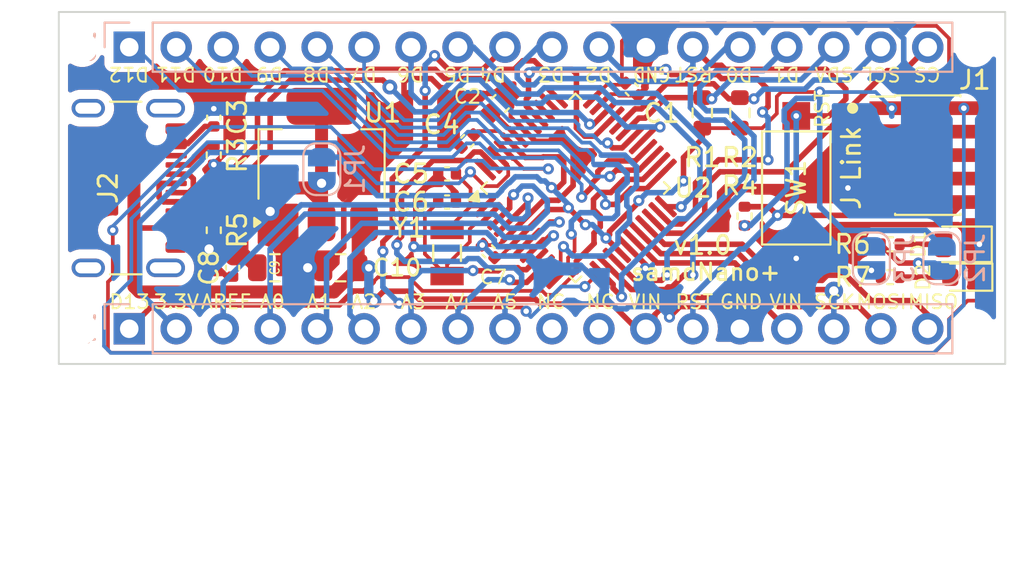
<source format=kicad_pcb>
(kicad_pcb (version 20240108) (generator "pcbnew") (generator_version "8.0")
  (title_block (date "sam. 04 avril 2015"))
  (layers (0 "F.Cu" signal) (31 "B.Cu" signal) (34 "B.Paste" user) (35 "F.Paste" user) (36 "B.SilkS" user "B.Silkscreen") (37 "F.SilkS" user "F.Silkscreen") (38 "B.Mask" user) (39 "F.Mask" user) (44 "Edge.Cuts" user))
  (net 0 "")
  (net 1 "GND")
  (net 2 "+5V")
  (net 3 "+3.3V")
  (net 4 "Net-(U2-VDDCORE)")
  (net 5 "XIN")
  (net 6 "XOUT")
  (net 7 "Net-(D1-A)")
  (net 8 "Net-(D2-A)")
  (net 9 "A5")
  (net 10 "SCK")
  (net 11 "A7")
  (net 12 "MISO")
  (net 13 "A0")
  (net 14 "A4")
  (net 15 "RST")
  (net 16 "AREF")
  (net 17 "A3")
  (net 18 "MOSI")
  (net 19 "A1")
  (net 20 "A2")
  (net 21 "D13")
  (net 22 "A6")
  (net 23 "D3")
  (net 24 "D7")
  (net 25 "D6")
  (net 26 "D8")
  (net 27 "D10")
  (net 28 "SCL")
  (net 29 "D5")
  (net 30 "CS")
  (net 31 "D12")
  (net 32 "D1")
  (net 33 "D11")
  (net 34 "D2")
  (net 35 "SDA")
  (net 36 "D9")
  (net 37 "D4")
  (net 39 "D+")
  (net 40 "Net-(J3-CC2)")
  (net 41 "D-")
  (net 42 "Net-(J3-CC1)")
  (net 46 "SWDIO")
  (net 47 "SWCLK")
  (net 51 "13")
  (net 52 "Net-(JP3-A)")
  (net 53 "Net-(JP4-A)")
  (net 58 "D0")
  (net 60 "Net-(JP1-A)")
  (footprint "Resistor_SMD:R_0402_1005Metric" (layer "F.Cu") (at 108.382 89.332 -90)
    (property "Reference" "R3")
    (property "Value" "5.1 K")
  )
  (footprint "LED_SMD:LED_0603_1608Metric" (layer "F.Cu") (at 148.9965 95.936 180)
    (property "Reference" "D2")
    (property "Value" "LED")
  )
  (footprint "Arduino_MountingHole:MountingHole_65mil" (layer "F.Cu") (at 101.27 83.49)
    (property "Reference" "MH1" (hide yes))
    (property "Value" "MountingHole_65mil" (hide yes))
  )
  (footprint "LED_SMD:LED_0805_2012Metric" (layer "F.Cu") (at 148.768 94.158 180)
    (property "Reference" "D1")
    (property "Value" "PWR_LED")
  )
  (footprint "Capacitor_SMD:C_0805_2012Metric" (layer "F.Cu") (at 115.24 95.428 180)
    (property "Reference" "C10")
    (property "Value" "10 uF")
  )
  (footprint "Capacitor_SMD:C_0402_1005Metric" (layer "F.Cu") (at 120.9966 91.872)
    (property "Reference" "C6")
    (property "Value" "22 pF")
  )
  (footprint "Resistor_SMD:R_0603_1608Metric" (layer "F.Cu") (at 134.798 87.046 -90)
    (property "Reference" "R1")
    (property "Value" "1.8 K")
  )
  (footprint "Package_TO_SOT_SMD:SOT-223-3_TabPin2" (layer "F.Cu") (at 114.21 89.84 90)
    (property "Reference" "U1")
    (property "Value" "AMS1117-3.3")
  )
  (footprint "Capacitor_SMD:C_0402_1005Metric" (layer "F.Cu") (at 130.988 85.776 -45)
    (property "Reference" "C1")
    (property "Value" "100 nF")
  )
  (footprint "Capacitor_SMD:C_0402_1005Metric" (layer "F.Cu") (at 109.398 95.428 -90)
    (property "Reference" "C8")
    (property "Value" "100 nF")
  )
  (footprint "Arduino_MountingHole:MountingHole_65mil" (layer "F.Cu") (at 149.53 98.73)
    (property "Reference" "MH4" (hide yes))
    (property "Value" "MountingHole_65mil" (hide yes))
  )
  (footprint "Resistor_SMD:R_0402_1005Metric" (layer "F.Cu") (at 144.958 95.936 180)
    (property "Reference" "R7")
    (property "Value" "1 K")
  )
  (footprint "Resistor_SMD:R_0402_1005Metric" (layer "F.Cu") (at 144.958 94.158 180)
    (property "Reference" "R6")
    (property "Value" "1 K")
  )
  (footprint "Capacitor_SMD:C_0402_1005Metric" (layer "F.Cu") (at 122.098 88.57 45)
    (property "Reference" "C4")
    (property "Value" "100 nF")
  )
  (footprint "Resistor_SMD:R_0402_1005Metric" (layer "F.Cu") (at 137.084 92.634 90)
    (property "Reference" "R4")
    (property "Value" "220")
  )
  (footprint "Resistor_SMD:R_0603_1608Metric" (layer "F.Cu") (at 136.83 87.046 -90)
    (property "Reference" "R2")
    (property "Value" "1.8 K")
  )
  (footprint "Capacitor_SMD:C_0402_1005Metric" (layer "F.Cu") (at 108.382 87.3 90)
    (property "Reference" "C3")
    (property "Value" "100 nF")
  )
  (footprint "Arduino_MountingHole:MountingHole_65mil" (layer "F.Cu") (at 101.27 98.73)
    (property "Reference" "MH3" (hide yes))
    (property "Value" "MountingHole_65mil" (hide yes))
  )
  (footprint "Button_Switch_SMD:SW_SPST_CK_RS282G05A3" (layer "F.Cu") (at 139.878 91.11 90)
    (property "Reference" "SW1")
    (property "Value" "RESET")
  )
  (footprint "Capacitor_SMD:C_0402_1005Metric" (layer "F.Cu") (at 123.241 94.539 135)
    (property "Reference" "C7")
    (property "Value" "100 nF")
  )
  (footprint "Resistor_SMD:R_0402_1005Metric" (layer "F.Cu") (at 108.382 93.396 -90)
    (property "Reference" "R5")
    (property "Value" "5.1 K")
  )
  (footprint "CM7V-T1A-32.768K-12.5PF-20PPM-TA-QA:XTAL_CM7V-T1A-32.768K-12.5PF-20PPM-TA-QA" (layer "F.Cu") (at 120.9966 94.6288 -90)
    (property "Reference" "Y1")
    (property "Value" "32.768 kHz")
  )
  (footprint "Connector_PinHeader_1.27mm:PinHeader_2x05_P1.27mm_Vertical_SMD" (layer "F.Cu") (at 146.99 89.332)
    (property "Reference" "J1")
    (property "Value" "J Link")
  )
  (footprint "Connector_USB:USB_C_Receptacle_GCT_USB4105-xx-A_16P_TopMnt_Horizontal" (layer "F.Cu") (at 102.67 91.112 -90)
    (property "Reference" "J2")
    (property "Value" "USB-C")
  )
  (footprint "Capacitor_SMD:C_0402_1005Metric" (layer "F.Cu") (at 120.9966 90.348 180)
    (property "Reference" "C5")
    (property "Value" "22 pF")
  )
  (footprint "Capacitor_SMD:C_0805_2012Metric" (layer "F.Cu") (at 111.684 95.428)
    (property "Reference" "C9")
    (property "Value" "10 uF")
  )
  (footprint "Arduino_MountingHole:MountingHole_65mil" (layer "F.Cu") (at 149.53 83.49)
    (property "Reference" "MH2" (hide yes))
    (property "Value" "MountingHole_65mil" (hide yes))
  )
  (footprint "Package_QFP:TQFP-48_7x7mm_P0.5mm" (layer "F.Cu") (at 127.94 91.11 45)
    (property "Reference" "U2")
    (property "Value" "ATSAMD21G18A-A")
  )
  (footprint "Capacitor_SMD:C_0603_1608Metric" (layer "F.Cu") (at 123.876 86.538 45)
    (property "Reference" "C2")
    (property "Value" "1 uF")
  )
  (footprint "Connector_PinHeader_2.54mm:PinHeader_1x18_P2.54mm_Vertical" (layer "B.Cu") (at 103.81 98.73 -90)
    (property "Reference" "J4")
    (property "Value" "Analog")
  )
  (footprint "Connector_PinHeader_2.54mm:PinHeader_1x18_P2.54mm_Vertical" (layer "B.Cu") (at 103.81 83.49 -90)
    (property "Reference" "J3")
    (property "Value" "Digital")
  )
  (footprint "Jumper:SolderJumper-2_P1.3mm_Open_RoundedPad1.0x1.5mm" (layer "B.Cu") (at 143.942 94.92 90)
    (property "Reference" "JP3")
    (property "Value" "LED_EN")
  )
  (footprint "Jumper:SolderJumper-2_P1.3mm_Open_RoundedPad1.0x1.5mm" (layer "B.Cu") (at 114.224 90.094 90)
    (property "Reference" "JP1")
    (property "Value" "PWR_EN")
  )
  (footprint "Jumper:SolderJumper-2_P1.3mm_Open_RoundedPad1.0x1.5mm" (layer "B.Cu") (at 147.752 94.92 90)
    (property "Reference" "JP2")
    (property "Value" "PWR_LED_EN")
  )
  (gr_circle (center 142.926 86.792) (end 143.18 86.792) (stroke (width 0.1)) (fill solid) (layer "F.SilkS"))
  (gr_rect (start 100 81.585) (end 151.181 100.635) (stroke (width 0.1)) (fill none) (layer "Edge.Cuts"))
  (gr_text "D8" (at 114.732 84.506 180) (layer "F.SilkS") (effects (font (size 0.75 0.75) (thickness 0.11)) (justify left bottom)))
  (gr_text "D2" (at 129.972 84.506 180) (layer "F.SilkS") (effects (font (size 0.75 0.75) (thickness 0.11)) (justify left bottom)))
  (gr_text "D3\n" (at 127.432 84.506 180) (layer "F.SilkS") (effects (font (size 0.75 0.75) (thickness 0.11)) (justify left bottom)))
  (gr_text "D11\n" (at 107.493 84.506 180) (layer "F.SilkS") (effects (font (size 0.75 0.75) (thickness 0.11)) (justify left bottom)))
  (gr_text "A2" (at 115.748 97.714 0) (layer "F.SilkS") (effects (font (size 0.75 0.75) (thickness 0.11)) (justify left bottom)))
  (gr_text "RST" (at 141.728 87.935 90) (layer "F.SilkS") (effects (font (size 0.75 0.75) (thickness 0.11)) (justify left bottom)))
  (gr_text "v1.0" (at 133.147 94.793 0) (layer "F.SilkS") (effects (font (size 1 1)) (justify left bottom)))
  (gr_text "GND" (at 135.687 97.714 0) (layer "F.SilkS") (effects (font (size 0.75 0.75) (thickness 0.11)) (justify left bottom)))
  (gr_text "A0" (at 110.795 97.714 0) (layer "F.SilkS") (effects (font (size 0.75 0.75) (thickness 0.11)) (justify left bottom)))
  (gr_text "D6" (at 119.812 84.506 180) (layer "F.SilkS") (effects (font (size 0.75 0.75) (thickness 0.11)) (justify left bottom)))
  (gr_text "D0" (at 137.592 84.506 180) (layer "F.SilkS") (effects (font (size 0.75 0.75) (thickness 0.11)) (justify left bottom)))
  (gr_text "D1" (at 140.132 84.506 180) (layer "F.SilkS") (effects (font (size 0.75 0.75) (thickness 0.11)) (justify left bottom)))
  (gr_text "D9" (at 112.192 84.506 180) (layer "F.SilkS") (effects (font (size 0.75 0.75) (thickness 0.11)) (justify left bottom)))
  (gr_text "CS" (at 147.752 84.506 180) (layer "F.SilkS") (effects (font (size 0.75 0.75) (thickness 0.11)) (justify left bottom)))
  (gr_text "RST" (at 135.433 84.506 180) (layer "F.SilkS") (effects (font (size 0.75 0.75) (thickness 0.11)) (justify left bottom)))
  (gr_text "MOSI" (at 143.053 97.714 0) (layer "F.SilkS") (effects (font (size 0.75 0.75) (thickness 0.11)) (justify left bottom)))
  (gr_text "D10\n" (at 110.033 84.506 180) (layer "F.SilkS") (effects (font (size 0.75 0.75) (thickness 0.11)) (justify left bottom)))
  (gr_text "A3" (at 118.415 97.714 0) (layer "F.SilkS") (effects (font (size 0.75 0.75) (thickness 0.11)) (justify left bottom)))
  (gr_text "NC" (at 125.781 97.714 0) (layer "F.SilkS") (effects (font (size 0.75 0.75) (thickness 0.11)) (justify left bottom)))
  (gr_text "SCL" (at 145.593 84.506 180) (layer "F.SilkS") (effects (font (size 0.75 0.75) (thickness 0.11)) (justify left bottom)))
  (gr_text "J Link" (at 143.434 92.38 90) (layer "F.SilkS") (effects (font (size 1 1)) (justify left bottom)))
  (gr_text "D4" (at 124.257 84.506 180) (layer "F.SilkS") (effects (font (size 0.75 0.75) (thickness 0.11)) (justify left bottom)))
  (gr_text "AREF" (at 107.62 97.714 0) (layer "F.SilkS") (effects (font (size 0.75 0.75) (thickness 0.11)) (justify left bottom)))
  (gr_text "MISO" (at 145.847 97.714 0) (layer "F.SilkS") (effects (font (size 0.75 0.75) (thickness 0.11)) (justify left bottom)))
  (gr_text "VIN" (at 130.734 97.714 0) (layer "F.SilkS") (effects (font (size 0.75 0.75) (thickness 0.11)) (justify left bottom)))
  (gr_text "D13" (at 102.667 97.714 0) (layer "F.SilkS") (effects (font (size 0.75 0.75) (thickness 0.11)) (justify left bottom)))
  (gr_text "3.3V\n" (at 105.08 97.714 0) (layer "F.SilkS") (effects (font (size 0.75 0.75) (thickness 0.11)) (justify left bottom)))
  (gr_text "GND" (at 133.147 84.506 180) (layer "F.SilkS") (effects (font (size 0.75 0.66) (thickness 0.11)) (justify left bottom)))
  (gr_text "A4" (at 120.828 97.714 0) (layer "F.SilkS") (effects (font (size 0.75 0.75) (thickness 0.11)) (justify left bottom)))
  (gr_text "SDA" (at 143.053 84.506 180) (layer "F.SilkS") (effects (font (size 0.75 0.75) (thickness 0.11)) (justify left bottom)))
  (gr_text "A1" (at 113.335 97.714 0) (layer "F.SilkS") (effects (font (size 0.75 0.75) (thickness 0.11)) (justify left bottom)))
  (gr_text "D12" (at 104.953 84.506 180) (layer "F.SilkS") (effects (font (size 0.75 0.75) (thickness 0.11)) (justify left bottom)))
  (gr_text "RST" (at 133.274 97.714 0) (layer "F.SilkS") (effects (font (size 0.75 0.75) (thickness 0.11)) (justify left bottom)))
  (gr_text "D5" (at 122.352 84.506 180) (layer "F.SilkS") (effects (font (size 0.75 0.75) (thickness 0.11)) (justify left bottom)))
  (gr_text "SCK" (at 140.767 97.714 0) (layer "F.SilkS") (effects (font (size 0.75 0.75) (thickness 0.11)) (justify left bottom)))
  (gr_text "NC" (at 128.448 97.714 0) (layer "F.SilkS") (effects (font (size 0.75 0.75) (thickness 0.11)) (justify left bottom)))
  (gr_text "samdNano+" (at 130.861 96.19 0) (layer "F.SilkS") (effects (font (size 0.9 0.9)) (justify left bottom)))
  (gr_text "A5" (at 123.368 97.714 0) (layer "F.SilkS") (effects (font (size 0.75 0.75) (thickness 0.11)) (justify left bottom)))
  (gr_text "D7" (at 117.272 84.506 180) (layer "F.SilkS") (effects (font (size 0.75 0.75) (thickness 0.11)) (justify left bottom)))
  (gr_text "VIN" (at 138.354 97.714 0) (layer "F.SilkS") (effects (font (size 0.75 0.75) (thickness 0.11)) (justify left bottom)))
  (segment (start 107.008 87.912) (end 108.1 86.82) (width 0.3) (layer "F.Cu") (net 1))
  (segment (start 118.523694 88.951) (end 118.542 88.951) (width 0.3) (layer "F.Cu") (net 1))
  (segment (start 111.91 92.99) (end 111.91 92.86) (width 0.7) (layer "F.Cu") (net 1))
  (segment (start 109.052 89.172) (end 109.052 87.180001) (width 0.3) (layer "F.Cu") (net 1))
  (segment (start 123.789751 94.199589) (end 122.901589 94.199589) (width 0.2) (layer "F.Cu") (net 1))
  (segment (start 120.647961 85.69) (end 120.742 85.69) (width 0.3) (layer "F.Cu") (net 1))
  (segment (start 141.796 93.092) (end 148.6395 93.092) (width 0.3) (layer "F.Cu") (net 1))
  (segment (start 124.466338 93.523002) (end 126.212486 91.776854) (width 0.3) (layer "F.Cu") (net 1))
  (segment (start 108.1 86.82) (end 108.382 86.82) (width 0.3) (layer "F.Cu") (net 1))
  (segment (start 135.63 97.53) (end 136.83 98.73) (width 0.3) (layer "F.Cu") (net 1))
  (segment (start 119.177 93.65) (end 119.177 94.2654) (width 0.3) (layer "F.Cu") (net 1))
  (segment (start 118.669 85.395) (end 118.874 85.19) (width 0.3) (layer "F.Cu") (net 1))
  (segment (start 144.21 89.332) (end 142.672 90.87) (width 0.3) (layer "F.Cu") (net 1))
  (segment (start 120.5166 90.348) (end 119.304 91.5606) (width 0.3) (layer "F.Cu") (net 1))
  (segment (start 149.7055 94.158) (end 149.784 94.158) (width 0.3) (layer "F.Cu") (net 1))
  (segment (start 131.721157 95.456843) (end 131.721157 95.244711) (width 0.3) (layer "F.Cu") (net 1))
  (segment (start 121.539386 88.690208) (end 121.539386 87.604614) (width 0.3) (layer "F.Cu") (net 1))
  (segment (start 124.424008 87.240454) (end 125.173445 87.989891) (width 0.2) (layer "F.Cu") (net 1))
  (segment (start 108.128 94.947999) (end 109.088001 95.908) (width 0.3) (layer "F.Cu") (net 1))
  (segment (start 118.523694 88.951) (end 118.669 88.805694) (width 0.3) (layer "F.Cu") (net 1))
  (segment (start 145.04 89.332) (end 144.21 89.332) (width 0.3) (layer "F.Cu") (net 1))
  (segment (start 118.669 88.805694) (end 118.669 85.395) (width 0.3) (layer "F.Cu") (net 1))
  (segment (start 121.4766 91.354846) (end 120.5166 90.394846) (width 0.3) (layer "F.Cu") (net 1))
  (segment (start 131.75 85.692822) (end 131.327411 86.115411) (width 0.3) (layer "F.Cu") (net 1))
  (segment (start 125.767851 88.584299) (end 125.173445 87.989891) (width 0.3) (layer "F.Cu") (net 1))
  (segment (start 108.691999 86.82) (end 108.382 86.82) (width 0.3) (layer "F.Cu") (net 1))
  (segment (start 129.83675 86.03127) (end 129.292342 86.575678) (width 0.2) (layer "F.Cu") (net 1))
  (segment (start 130.299323 86.115411) (end 130.215182 86.03127) (width 0.2) (layer "F.Cu") (net 1))
  (segment (start 114.29 95.428) (end 115.41 94.308) (width 0.3) (layer "F.Cu") (net 1))
  (segment (start 108.128 94.412) (end 108.128 94.947999) (width 0.3) (layer "F.Cu") (net 1))
  (segment (start 127.813 90.983) (end 127.813 89.205) (width 0.3) (layer "F.Cu") (net 1))
  (segment (start 131.327411 86.115411) (end 130.299323 86.115411) (width 0.2) (layer "F.Cu") (net 1))
  (segment (start 127.192299 88.584299) (end 125.767851 88.584299) (width 0.3) (layer "F.Cu") (net 1))
  (segment (start 119.304 91.5606) (end 119.304 93.523) (width 0.3) (layer "F.Cu") (net 1))
  (segment (start 133.022883 98.095) (end 133.587883 97.53) (width 0.3) (layer "F.Cu") (net 1))
  (segment (start 126.212486 91.776854) (end 127.019146 91.776854) (width 0.3) (layer "F.Cu") (net 1))
  (segment (start 121.758589 88.909411) (end 121.539386 88.690208) (width 0.3) (layer "F.Cu") (net 1))
  (segment (start 139.878 95.01) (end 139.878 94.92) (width 0.3) (layer "F.Cu") (net 1))
  (segment (start 121.539386 86.487386) (end 121.539386 87.604614) (width 0.3) (layer "F.Cu") (net 1))
  (segment (start 142.672 90.87) (end 142.672 91.11) (width 0.3) (layer "F.Cu") (net 1))
  (segment (start 119.177 94.2654) (end 119.1966 94.285) (width 0.3) (layer "F.Cu") (net 1))
  (segment (start 118.874 85.19) (end 120.147961 85.19) (width 0.3) (layer "F.Cu") (net 1))
  (segment (start 148.6395 93.092) (end 149.7055 94.158) (width 0.3) (layer "F.Cu") (net 1))
  (segment (start 123.154008 85.989992) (end 124.424008 85.989992) (width 0.3) (layer "F.Cu") (net 1))
  (segment (start 127.813 89.205) (end 127.192299 88.584299) (width 0.3) (layer "F.Cu") (net 1))
  (segment (start 119.304 93.523) (end 119.177 93.65) (width 0.3) (layer "F.Cu") (net 1))
  (segment (start 139.878 95.01) (end 141.796 93.092) (width 0.3) (layer "F.Cu") (net 1))
  (segment (start 111.91 92.86) (end 111.43 92.38) (width 0.7) (layer "F.Cu") (net 1))
  (segment (start 108.382 94.158) (end 108.128 94.412) (width 0.3) (layer "F.Cu") (net 1))
  (segment (start 120.147961 85.19) (end 120.647961 85.69) (width 0.3) (layer "F.Cu") (net 1))
  (segment (start 109.088001 95.908) (end 109.398 95.908) (width 0.3) (layer "F.Cu") (net 1))
  (segment (start 115.41 92.064694) (end 118.523694 88.951) (width 0.3) (layer "F.Cu") (net 1))
  (segment (start 112.634 95.428) (end 113.462 95.428) (width 0.3) (layer "F.Cu") (net 1))
  (segment (start 121.539386 87.604614) (end 123.154008 85.989992) (width 0.3) (layer "F.Cu") (net 1))
  (segment (start 131.721157 95.244711) (end 130.706555 94.230109) (width 0.3) (layer "F.Cu") (net 1))
  (segment (start 127.019146 91.776854) (end 127.813 90.983) (width 0.3) (layer "F.Cu") (net 1))
  (segment (start 115.41 94.308) (end 115.41 92.064694) (width 0.3) (layer "F.Cu") (net 1))
  (segment (start 124.466338 93.523002) (end 123.789751 94.199589) (width 0.2) (layer "F.Cu") (net 1))
  (segment (start 106.35 87.912) (end 107.008 87.912) (width 0.3) (layer "F.Cu") (net 1))
  (segment (start 120.5166 90.394846) (end 120.5166 90.348) (width 0.3) (layer "F.Cu") (net 1))
  (segment (start 108.382 89.842) (end 109.052 89.172) (width 0.3) (layer "F.Cu") (net 1))
  (segment (start 109.052 87.180001) (end 108.691999 86.82) (width 0.3) (layer "F.Cu") (net 1))
  (segment (start 121.4766 91.872) (end 121.4766 91.354846) (width 0.3) (layer "F.Cu") (net 1))
  (segment (start 130.215182 86.03127) (end 129.83675 86.03127) (width 0.2) (layer "F.Cu") (net 1))
  (segment (start 124.424008 85.989992) (end 124.424008 87.240454) (width 0.2) (layer "F.Cu") (net 1))
  (segment (start 131.75 83.49) (end 131.75 85.692822) (width 0.3) (layer "F.Cu") (net 1))
  (segment (start 120.742 85.69) (end 121.539386 86.487386) (width 0.3) (layer "F.Cu") (net 1))
  (segment (start 108.382 93.906) (end 108.382 94.158) (width 0.3) (layer "F.Cu") (net 1))
  (segment (start 133.587883 97.53) (end 135.63 97.53) (width 0.3) (layer "F.Cu") (net 1))
  (via (at 119.1966 94.285) (size 0.6) (drill 0.3) (layers "F.Cu" "B.Cu") (net 1))
  (via (at 133.022883 98.095) (size 0.6) (drill 0.3) (layers "F.Cu" "B.Cu") (net 1))
  (via (at 142.672 91.11) (size 0.6) (drill 0.3) (layers "F.Cu" "B.Cu") (net 1))
  (via (at 108.382 86.82) (size 0.6) (drill 0.3) (layers "F.Cu" "B.Cu") (net 1))
  (via (at 139.878 94.92) (size 0.6) (drill 0.3) (layers "F.Cu" "B.Cu") (net 1))
  (via (at 108.382 89.842) (size 0.6) (drill 0.3) (layers "F.Cu" "B.Cu") (net 1))
  (via (at 113.462 95.428) (size 1) (drill 0.5) (layers "F.Cu" "B.Cu") (net 1))
  (via (at 111.43 92.38) (size 1) (drill 0.5) (layers "F.Cu" "B.Cu") (net 1))
  (via (at 108.128 94.412) (size 1) (drill 0.5) (layers "F.Cu" "B.Cu") (net 1))
  (via (at 131.721157 95.456843) (size 0.6) (drill 0.3) (layers "F.Cu" "B.Cu") (net 1))
  (via (at 149.784 94.158) (size 0.6) (drill 0.3) (layers "F.Cu" "B.Cu") (net 1))
  (via (at 122.901589 94.199589) (size 0.6) (drill 0.3) (layers "F.Cu" "B.Cu") (net 1))
  (segment (start 111.43 92.38) (end 110.16 92.38) (width 0.7) (layer "B.Cu") (net 1))
  (segment (start 130.821239 97.53) (end 130.703182 97.648057) (width 0.3) (layer "B.Cu") (net 1))
  (segment (start 129.610647 96.682731) (end 128.220916 95.293) (width 0.3) (layer "B.Cu") (net 1))
  (segment (start 131.75 96.822117) (end 132.457883 97.53) (width 0.3) (layer "B.Cu") (net 1))
  (segment (start 128.220916 95.293) (end 126.027 95.293) (width 0.3) (layer "B.Cu") (net 1))
  (segment (start 125.527 94.793) (end 123.495 94.793) (width 0.3) (layer "B.Cu") (net 1))
  (segment (start 126.027 95.293) (end 125.527 94.793) (width 0.3) (layer "B.Cu") (net 1))
  (segment (start 131.75 83.49) (end 132.95 82.29) (width 0.3) (layer "B.Cu") (net 1))
  (segment (start 130.164704 97.648057) (end 129.610647 97.094) (width 0.3) (layer "B.Cu") (net 1))
  (segment (start 129.610647 97.094) (end 129.610647 96.682731) (width 0.3) (layer "B.Cu") (net 1))
  (segment (start 144.947057 82.29) (end 145.69 83.032943) (width 0.3) (layer "B.Cu") (net 1))
  (segment (start 139.878 94.92) (end 137.719 94.92) (width 0.3) (layer "B.Cu") (net 1))
  (segment (start 110.16 92.38) (end 108.128 94.412) (width 0.7) (layer "B.Cu") (net 1))
  (segment (start 131.75 95.485686) (end 131.75 96.822117) (width 0.3) (layer "B.Cu") (net 1))
  (segment (start 131.721157 95.456843) (end 131.75 95.485686) (width 0.3) (layer "B.Cu") (net 1))
  (segment (start 145.69 83.032943) (end 145.69 88.092) (width 0.3) (layer "B.Cu") (net 1))
  (segment (start 145.69 88.092) (end 142.672 91.11) (width 0.3) (layer "B.Cu") (net 1))
  (segment (start 108.892 89.842) (end 111.43 92.38) (width 0.3) (layer "B.Cu") (net 1))
  (segment (start 119.1966 94.285) (end 119.3236 94.412) (width 0.3) (layer "B.Cu") (net 1))
  (segment (start 137.719 94.92) (end 136.83 95.809) (width 0.3) (layer "B.Cu") (net 1))
  (segment (start 132.95 82.29) (end 144.947057 82.29) (width 0.3) (layer "B.Cu") (net 1))
  (segment (start 123.495 94.793) (end 122.901589 94.199589) (width 0.3) (layer "B.Cu") (net 1))
  (segment (start 108.382 89.842) (end 108.892 89.842) (width 0.3) (layer "B.Cu") (net 1))
  (segment (start 122.689178 94.412) (end 122.901589 94.199589) (width 0.3) (layer "B.Cu") (net 1))
  (segment (start 119.3236 94.412) (end 122.689178 94.412) (width 0.3) (layer "B.Cu") (net 1))
  (segment (start 130.703182 97.648057) (end 130.164704 97.648057) (width 0.3) (layer "B.Cu") (net 1))
  (segment (start 132.457883 97.53) (end 130.821239 97.53) (width 0.3) (layer "B.Cu") (net 1))
  (segment (start 133.022883 98.095) (end 132.457883 97.53) (width 0.3) (layer "B.Cu") (net 1))
  (segment (start 136.83 95.809) (end 136.83 98.73) (width 0.3) (layer "B.Cu") (net 1))
  (segment (start 104.183 93.277) (end 105.58688 93.277) (width 0.3) (layer "F.Cu") (net 2))
  (segment (start 137.67 97.03) (end 139.37 98.73) (width 0.3) (layer "F.Cu") (net 2))
  (segment (start 116.19 95.428) (end 116.19 93.31) (width 0.7) (layer "F.Cu") (net 2))
  (segment (start 105.58688 93.277) (end 105.82188 93.512) (width 0.3) (layer "F.Cu") (net 2))
  (segment (start 126.045177 97.394177) (end 129.910824 97.394177) (width 0.3) (layer "F.Cu") (net 2))
  (segment (start 129.910824 97.394177) (end 131.246647 98.73) (width 0.3) (layer "F.Cu") (net 2))
  (segment (start 105.82188 93.512) (end 106.35 93.512) (width 0.3) (layer "F.Cu") (net 2))
  (segment (start 131.75 98.73) (end 132.230157 98.249843) (width 0.3) (layer "F.Cu") (net 2))
  (segment (start 116.19 95.428) (end 116.764 95.428) (width 0.7) (layer "F.Cu") (net 2))
  (segment (start 106.35 88.712) (end 106.97 88.712) (width 0.3) (layer "F.Cu") (net 2))
  (segment (start 114.88 96.738) (end 116.19 95.428) (width 0.7) (layer "F.Cu") (net 2))
  (segment (start 104.358 96.738) (end 114.88 96.738) (width 0.7) (layer "F.Cu") (net 2))
  (segment (start 105.190305 89.332) (end 105.810305 88.712) (width 0.3) (layer "F.Cu") (net 2))
  (segment (start 104.064 96.444) (end 104.358 96.738) (width 0.7) (layer "F.Cu") (net 2))
  (segment (start 119.048604 96.698) (end 119.479404 97.1288) (width 0.3) (layer "F.Cu") (net 2))
  (segment (start 132.992644 97.206) (end 133.02 97.206) (width 0.3) (layer "F.Cu") (net 2))
  (segment (start 117.561116 96.698) (end 119.048604 96.698) (width 0.3) (layer "F.Cu") (net 2))
  (segment (start 119.479404 97.1288) (end 125.7798 97.1288) (width 0.3) (layer "F.Cu") (net 2))
  (segment (start 104.064 90.458305) (end 104.064 93.396) (width 0.7) (layer "F.Cu") (net 2))
  (segment (start 132.230157 97.968487) (end 132.992644 97.206) (width 0.3) (layer "F.Cu") (net 2))
  (segment (start 105.190305 89.332) (end 104.064 90.458305) (width 0.7) (layer "F.Cu") (net 2))
  (segment (start 105.810305 88.712) (end 106.35 88.712) (width 0.3) (layer "F.Cu") (net 2))
  (segment (start 117.040331 97.218785) (end 117.561116 96.698) (width 0.3) (layer "F.Cu") (net 2))
  (segment (start 133.02 97.206) (end 133.196 97.03) (width 0.3) (layer "F.Cu") (net 2))
  (segment (start 104.064 93.396) (end 104.064 96.444) (width 0.7) (layer "F.Cu") (net 2))
  (segment (start 131.246647 98.73) (end 131.75 98.73) (width 0.3) (layer "F.Cu") (net 2))
  (segment (start 116.19 93.31) (end 116.51 92.99) (width 0.7) (layer "F.Cu") (net 2))
  (segment (start 104.064 93.396) (end 104.183 93.277) (width 0.3) (layer "F.Cu") (net 2))
  (segment (start 107.902 87.78) (end 108.382 87.78) (width 0.3) (layer "F.Cu") (net 2))
  (segment (start 133.196 97.03) (end 137.67 97.03) (width 0.3) (layer "F.Cu") (net 2))
  (segment (start 132.230157 98.249843) (end 132.230157 97.968487) (width 0.3) (layer "F.Cu") (net 2))
  (segment (start 106.97 88.712) (end 107.902 87.78) (width 0.3) (layer "F.Cu") (net 2))
  (segment (start 125.7798 97.1288) (end 126.045177 97.394177) (width 0.3) (layer "F.Cu") (net 2))
  (via (at 117.040331 97.218785) (size 0.8) (drill 0.4) (layers "F.Cu" "B.Cu") (net 2))
  (via (at 116.764 95.428) (size 0.8) (drill 0.4) (layers "F.Cu" "B.Cu") (net 2))
  (segment (start 117.040331 97.218785) (end 116.764 96.942454) (width 0.5) (layer "B.Cu") (net 2))
  (segment (start 116.764 96.942454) (end 116.764 95.428) (width 0.5) (layer "B.Cu") (net 2))
  (segment (start 123.580411 94.878411) (end 123.818035 94.878411) (width 0.2) (layer "F.Cu") (net 3))
  (segment (start 133.782 90.729) (end 133.782 89.459) (width 0.3) (layer "F.Cu") (net 3))
  (segment (start 128.938788 86.222124) (end 129.638912 85.522) (width 0.2) (layer "F.Cu") (net 3))
  (segment (start 138.037 87.871) (end 136.83 87.871) (width 0.2) (layer "F.Cu") (net 3))
  (segment (start 126.169587 89.459) (end 125.22834 89.459) (width 0.3) (layer "F.Cu") (net 3))
  (segment (start 127.001867 91.087027) (end 127.305 90.783894) (width 0.3) (layer "F.Cu") (net 3))
  (segment (start 123.818035 94.878411) (end 124.819891 93.876555) (width 0.2) (layer "F.Cu") (net 3))
  (segment (start 122.6354 88.0326) (end 122.437411 88.230589) (width 0.2) (layer "F.Cu") (net 3))
  (segment (start 146.609 86.792) (end 145.04 86.792) (width 0.2) (layer "F.Cu") (net 3))
  (segment (start 123.80194 88.0326) (end 122.6354 88.0326) (width 0.2) (layer "F.Cu") (net 3))
  (segment (start 127.65517 92.276854) (end 126.419592 92.276854) (width 0.3) (layer "F.Cu") (net 3))
  (segment (start 147.466346 82.34) (end 148.14 83.013654) (width 0.2) (layer "F.Cu") (net 3))
  (segment (start 131.363896 91.794958) (end 131.363896 91.877104) (width 0.3) (layer "F.Cu") (net 3))
  (segment (start 130.4506 83.163054) (end 131.273654 82.34) (width 0.2) (layer "F.Cu") (net 3))
  (segment (start 130.648589 85.436589) (end 130.4506 85.2386) (width 0.2) (layer "F.Cu") (net 3))
  (segment (start 131.363896 91.877104) (end 129.78059 93.46041) (width 0.3) (layer "F.Cu") (net 3))
  (segment (start 138.828 87.08) (end 138.037 87.871) (width 0.2) (layer "F.Cu") (net 3))
  (segment (start 130.563178 85.522) (end 130.648589 85.436589) (width 0.2) (layer "F.Cu") (net 3))
  (segment (start 129.78059 93.46041) (end 129.78059 93.63207) (width 0.3) (layer "F.Cu") (net 3))
  (segment (start 129.638912 85.522) (end 130.563178 85.522) (width 0.2) (layer "F.Cu") (net 3))
  (segment (start 130.4506 85.2386) (end 130.4506 83.163054) (width 0.2) (layer "F.Cu") (net 3))
  (segment (start 138.828 86.16) (end 138.828 87.08) (width 0.2) (layer "F.Cu") (net 3))
  (segment (start 129.78059 93.63207) (end 129.591 93.82166) (width 0.3) (layer "F.Cu") (net 3))
  (segment (start 139.07 85.918) (end 138.828 86.16) (width 0.2) (layer "F.Cu") (net 3))
  (segment (start 125.22834 89.459) (end 124.466338 88.696998) (width 0.3) (layer "F.Cu") (net 3))
  (segment (start 126.419592 92.276854) (end 124.819891 93.876555) (width 0.3) (layer "F.Cu") (net 3))
  (segment (start 148.14 85.261) (end 146.609 86.792) (width 0.2) (layer "F.Cu") (net 3))
  (segment (start 124.466338 88.696998) (end 123.80194 88.0326) (width 0.2) (layer "F.Cu") (net 3))
  (segment (start 148.14 83.013654) (end 148.14 85.261) (width 0.2) (layer "F.Cu") (net 3))
  (segment (start 133.782 89.459) (end 134.798 88.443) (width 0.3) (layer "F.Cu") (net 3))
  (segment (start 134.798 87.871) (end 136.83 87.871) (width 0.2) (layer "F.Cu") (net 3))
  (segment (start 129.591 93.82166) (end 130.353002 94.583662) (width 0.3) (layer "F.Cu") (net 3))
  (segment (start 127.305 90.783894) (end 127.305 89.713) (width 0.3) (layer "F.Cu") (net 3))
  (segment (start 141.148 85.918) (end 139.07 85.918) (width 0.2) (layer "F.Cu") (net 3))
  (segment (start 128.476277 93.097961) (end 127.65517 92.276854) (width 0.3) (layer "F.Cu") (net 3))
  (segment (start 134.798 88.443) (end 134.798 87.871) (width 0.3) (layer "F.Cu") (net 3))
  (segment (start 126.642771 91.087027) (end 127.001867 91.087027) (width 0.3) (layer "F.Cu") (net 3))
  (segment (start 127.305 89.713) (end 127.018768 89.426768) (width 0.3) (layer "F.Cu") (net 3))
  (segment (start 127.018768 89.426768) (end 126.201819 89.426768) (width 0.3) (layer "F.Cu") (net 3))
  (segment (start 126.201819 89.426768) (end 126.169587 89.459) (width 0.3) (layer "F.Cu") (net 3))
  (segment (start 131.273654 82.34) (end 147.466346 82.34) (width 0.2) (layer "F.Cu") (net 3))
  (via (at 127.557037 92.178722) (size 0.6) (drill 0.3) (layers "F.Cu" "B.Cu") (net 3))
  (via (at 129.591 93.82166) (size 0.6) (drill 0.3) (layers "F.Cu" "B.Cu") (net 3))
  (via (at 131.363896 91.794958) (size 0.6) (drill 0.3) (layers "F.Cu" "B.Cu") (net 3))
  (via (at 126.642771 91.087027) (size 0.6) (drill 0.3) (layers "F.Cu" "B.Cu") (net 3))
  (via (at 133.782 90.729) (size 0.6) (drill 0.3) (layers "F.Cu" "B.Cu") (net 3))
  (via (at 137.084 93.144) (size 0.6) (drill 0.3) (layers "F.Cu" "B.Cu") (net 3))
  (via (at 141.148 85.918) (size 0.6) (drill 0.3) (layers "F.Cu" "B.Cu") (net 3))
  (via (at 128.476277 93.097961) (size 0.6) (drill 0.3) (layers "F.Cu" "B.Cu") (net 3))
  (via (at 145.04 86.792) (size 0.6) (drill 0.3) (layers "F.Cu" "B.Cu") (net 3))
  (segment (start 127.557037 92.001293) (end 126.284744 90.729) (width 0.3) (layer "B.Cu") (net 3))
  (segment (start 123.944233 91.249957) (end 123.67119 91.523) (width 0.3) (layer "B.Cu") (net 3))
  (segment (start 139.228 86.91) (end 139.878 86.26) (width 0.3) (layer "B.Cu") (net 3))
  (segment (start 115.152893 89.444) (end 114.224 89.444) (width 0.3) (layer "B.Cu") (net 3))
  (segment (start 137.390894 93.144) (end 137.084 93.144) (width 0.3) (layer "B.Cu") (net 3))
  (segment (start 128.476277 93.097961) (end 128.867301 93.097961) (width 0.3) (layer "B.Cu") (net 3))
  (segment (start 131.794854 91.364) (end 133.147 91.364) (width 0.3) (layer "B.Cu") (net 3))
  (segment (start 142.404091 93.409909) (end 146.891909 93.409909) (width 0.3) (layer "B.Cu") (net 3))
  (segment (start 124.370803 90.823387) (end 124.324994 90.823387) (width 0.3) (layer "B.Cu") (net 3))
  (segment (start 126.284744 90.729) (end 126.072611 90.729) (width 0.3) (layer "B.Cu") (net 3))
  (segment (start 141.148 85.918) (end 144.166 85.918) (width 0.2) (layer "B.Cu") (net 3))
  (segment (start 128.867301 93.097961) (end 129.591 93.82166) (width 0.3) (layer "B.Cu") (net 3))
  (segment (start 117.231893 91.523) (end 115.152893 89.444) (width 0.3) (layer "B.Cu") (net 3))
  (segment (start 113.972 89.192) (end 114.224 89.444) (width 0.3) (layer "B.Cu") (net 3))
  (segment (start 127.557037 92.178722) (end 127.557037 92.001293) (width 0.3) (layer "B.Cu") (net 3))
  (segment (start 144.166 85.918) (end 145.04 86.792) (width 0.2) (layer "B.Cu") (net 3))
  (segment (start 124.324994 90.823387) (end 123.944233 91.204148) (width 0.3) (layer "B.Cu") (net 3))
  (segment (start 106.35 98.73) (end 104.375 96.755) (width 0.3) (layer "B.Cu") (net 3))
  (segment (start 108.112761 89.192) (end 113.972 89.192) (width 0.3) (layer "B.Cu") (net 3))
  (segment (start 131.363896 91.794958) (end 131.794854 91.364) (width 0.3) (layer "B.Cu") (net 3))
  (segment (start 139.228 87.479239) (end 139.228 86.91) (width 0.3) (layer "B.Cu") (net 3))
  (segment (start 133.147 91.364) (end 133.782 90.729) (width 0.3) (layer "B.Cu") (net 3))
  (segment (start 139.878 86.26) (end 140.806 86.26) (width 0.3) (layer "B.Cu") (net 3))
  (segment (start 139.378 91.156894) (end 137.390894 93.144) (width 0.3) (layer "B.Cu") (net 3))
  (segment (start 107.732 89.601) (end 107.732 89.572761) (width 0.3) (layer "B.Cu") (net 3))
  (segment (start 104.375 96.755) (end 104.375 92.958) (width 0.3) (layer "B.Cu") (net 3))
  (segment (start 126.072611 90.729) (end 125.849489 90.505878) (width 0.3) (layer "B.Cu") (net 3))
  (segment (start 123.67119 91.523) (end 117.231893 91.523) (width 0.3) (layer "B.Cu") (net 3))
  (segment (start 107.732 89.572761) (end 108.112761 89.192) (width 0.3) (layer "B.Cu") (net 3))
  (segment (start 124.688312 90.505878) (end 124.370803 90.823387) (width 0.3) (layer "B.Cu") (net 3))
  (segment (start 142.418 93.396) (end 141.148 92.126) (width 0.3) (layer "B.Cu") (net 3))
  (segment (start 145.04 87.22) (end 145.04 86.792) (width 0.3) (layer "B.Cu") (net 3))
  (segment (start 146.891909 93.409909) (end 147.752 94.27) (width 0.3) (layer "B.Cu") (net 3))
  (segment (start 125.849489 90.505878) (end 124.688312 90.505878) (width 0.3) (layer "B.Cu") (net 3))
  (segment (start 139.378 87.629239) (end 139.378 91.156894) (width 0.3) (layer "B.Cu") (net 3))
  (segment (start 104.375 92.958) (end 107.732 89.601) (width 0.3) (layer "B.Cu") (net 3))
  (segment (start 140.806 86.26) (end 141.148 85.918) (width 0.3) (layer "B.Cu") (net 3))
  (segment (start 141.148 92.126) (end 141.148 85.918) (width 0.3) (layer "B.Cu") (net 3))
  (segment (start 123.944233 91.204148) (end 123.944233 91.249957) (width 0.3) (layer "B.Cu") (net 3))
  (segment (start 139.378 87.629239) (end 139.228 87.479239) (width 0.3) (layer "B.Cu") (net 3))
  (segment (start 123.327992 87.086008) (end 123.562454 87.086008) (width 0.2) (layer "F.Cu") (net 4))
  (segment (start 123.562454 87.086008) (end 124.819891 88.343445) (width 0.2) (layer "F.Cu") (net 4))
  (segment (start 122.266612 91.138012) (end 122.266612 92.108788) (width 0.2) (layer "F.Cu") (net 5))
  (segment (start 121.4766 90.348) (end 122.266612 91.138012) (width 0.2) (layer "F.Cu") (net 5))
  (segment (start 120.9966 93.3788) (end 122.266612 92.108788) (width 0.2) (layer "F.Cu") (net 5))
  (segment (start 122.266612 92.108788) (end 123.052124 92.108788) (width 0.2) (layer "F.Cu") (net 5))
  (segment (start 120.9966 95.2594) (end 122.225 94.031) (width 0.2) (layer "F.Cu") (net 6))
  (segment (start 122.225 94.031) (end 122.225 93.32901) (width 0.2) (layer "F.Cu") (net 6))
  (segment (start 119.7966 92.592) (end 119.7966 94.6788) (width 0.2) (layer "F.Cu") (net 6))
  (segment (start 120.9966 95.8788) (end 120.9966 95.2594) (width 0.2) (layer "F.Cu") (net 6))
  (segment (start 122.225 93.32901) (end 122.547261 93.006749) (width 0.2) (layer "F.Cu") (net 6))
  (segment (start 119.7966 94.6788) (end 120.9966 95.8788) (width 0.2) (layer "F.Cu") (net 6))
  (segment (start 120.5166 91.872) (end 119.7966 92.592) (width 0.2) (layer "F.Cu") (net 6))
  (segment (start 122.547261 93.006749) (end 122.861271 93.006749) (width 0.2) (layer "F.Cu") (net 6))
  (segment (start 122.861271 93.006749) (end 123.405678 92.462342) (width 0.2) (layer "F.Cu") (net 6))
  (segment (start 145.468 95.936) (end 148.209 95.936) (width 0.3) (layer "F.Cu") (net 7))
  (segment (start 145.468 94.158) (end 147.8305 94.158) (width 0.3) (layer "F.Cu") (net 8))
  (segment (start 120.236396 89.621358) (end 122.00402 89.621358) (width 0.3) (layer "F.Cu") (net 9))
  (segment (start 122.811271 89.163251) (end 123.405678 89.757658) (width 0.3) (layer "F.Cu") (net 9))
  (segment (start 122.00402 89.621358) (end 122.462127 89.163251) (width 0.3) (layer "F.Cu") (net 9))
  (segment (start 118.534 93.730107) (end 118.534 91.323754) (width 0.3) (layer "F.Cu") (net 9))
  (segment (start 118.280776 94.195464) (end 118.280776 93.983331) (width 0.3) (layer "F.Cu") (net 9))
  (segment (start 118.280776 93.983331) (end 118.534 93.730107) (width 0.3) (layer "F.Cu") (net 9))
  (segment (start 122.462127 89.163251) (end 122.811271 89.163251) (width 0.3) (layer "F.Cu") (net 9))
  (segment (start 118.534 91.323754) (end 120.236396 89.621358) (width 0.3) (layer "F.Cu") (net 9))
  (via (at 118.280776 94.195464) (size 0.6) (drill 0.3) (layers "F.Cu" "B.Cu") (net 9))
  (segment (start 124.13 97.244816) (end 124.13 98.73) (width 0.3) (layer "B.Cu") (net 9))
  (segment (start 124.646816 95.428) (end 125.027577 95.808761) (width 0.3) (layer "B.Cu") (net 9))
  (segment (start 118.280776 94.658776) (end 118.702793 95.080793) (width 0.3) (layer "B.Cu") (net 9))
  (segment (start 125.027577 95.808761) (end 125.027577 96.347239) (width 0.3) (layer "B.Cu") (net 9))
  (segment (start 122.127363 94.930793) (end 122.665841 94.930793) (width 0.3) (layer "B.Cu") (net 9))
  (segment (start 121.977363 95.080793) (end 122.127363 94.930793) (width 0.3) (layer "B.Cu") (net 9))
  (segment (start 118.702793 95.080793) (end 121.977363 95.080793) (width 0.3) (layer "B.Cu") (net 9))
  (segment (start 123.163048 95.428) (end 124.646816 95.428) (width 0.3) (layer "B.Cu") (net 9))
  (segment (start 122.665841 94.930793) (end 123.163048 95.428) (width 0.3) (layer "B.Cu") (net 9))
  (segment (start 118.280776 94.195464) (end 118.280776 94.658776) (width 0.3) (layer "B.Cu") (net 9))
  (segment (start 125.027577 96.347239) (end 124.13 97.244816) (width 0.3) (layer "B.Cu") (net 9))
  (segment (start 138.701894 96.61) (end 136.757894 94.666) (width 0.3) (layer "F.Cu") (net 10))
  (segment (start 141.91 96.68) (end 141.84 96.61) (width 0.3) (layer "F.Cu") (net 10))
  (segment (start 132.55666 94.666) (end 131.413662 93.523002) (width 0.3) (layer "F.Cu") (net 10))
  (segment (start 136.757894 94.666) (end 132.55666 94.666) (width 0.3) (layer "F.Cu") (net 10))
  (segment (start 141.84 96.61) (end 138.701894 96.61) (width 0.3) (layer "F.Cu") (net 10))
  (via (at 141.91 96.68) (size 1) (drill 0.5) (layers "F.Cu" "B.Cu") (net 10))
  (segment (start 141.91 96.68) (end 141.91 98.73) (width 0.3) (layer "B.Cu") (net 10))
  (segment (start 141.557918 95.83) (end 141.277918 96.11) (width 0.3) (layer "F.Cu") (net 12))
  (segment (start 143.942 97.206) (end 142.566 95.83) (width 0.3) (layer "F.Cu") (net 12))
  (segment (start 132.755766 94.158) (end 131.767215 93.169449) (width 0.3) (layer "F.Cu") (net 12))
  (segment (start 146.228 97.206) (end 143.942 97.206) (width 0.3) (layer "F.Cu") (net 12))
  (segment (start 146.99 98.73) (end 146.99 97.968) (width 0.3) (layer "F.Cu") (net 12))
  (segment (start 136.957 94.158) (end 132.755766 94.158) (width 0.3) (layer "F.Cu") (net 12))
  (segment (start 142.566 95.83) (end 141.557918 95.83) (width 0.3) (layer "F.Cu") (net 12))
  (segment (start 146.99 97.968) (end 146.228 97.206) (width 0.3) (layer "F.Cu") (net 12))
  (segment (start 141.277918 96.11) (end 138.909 96.11) (width 0.3) (layer "F.Cu") (net 12))
  (segment (start 138.909 96.11) (end 136.957 94.158) (width 0.3) (layer "F.Cu") (net 12))
  (segment (start 124.594233 91.473387) (end 124.384 91.68362) (width 0.3) (layer "F.Cu") (net 13))
  (segment (start 124.384 92.191126) (end 123.759231 92.815895) (width 0.3) (layer "F.Cu") (net 13))
  (segment (start 124.384 91.68362) (end 124.384 92.191126) (width 0.3) (layer "F.Cu") (net 13))
  (via (at 124.594233 91.473387) (size 0.6) (drill 0.3) (layers "F.Cu" "B.Cu") (net 13))
  (segment (start 126.416 91.779496) (end 126.416 92.401474) (width 0.3) (layer "B.Cu") (net 13))
  (segment (start 113.319 92.523) (end 111.43 94.412) (width 0.3) (layer "B.Cu") (net 13))
  (segment (start 124.320452 93.285) (end 123.558452 92.523) (width 0.3) (layer "B.Cu") (net 13))
  (segment (start 111.43 94.412) (end 111.43 98.73) (width 0.3) (layer "B.Cu") (net 13))
  (segment (start 125.061742 91.005878) (end 125.642382 91.005878) (width 0.3) (layer "B.Cu") (net 13))
  (segment (start 124.594233 91.473387) (end 125.061742 91.005878) (width 0.3) (layer "B.Cu") (net 13))
  (segment (start 126.416 92.401474) (end 125.532474 93.285) (width 0.3) (layer "B.Cu") (net 13))
  (segment (start 125.532474 93.285) (end 124.320452 93.285) (width 0.3) (layer "B.Cu") (net 13))
  (segment (start 123.558452 92.523) (end 113.319 92.523) (width 0.3) (layer "B.Cu") (net 13))
  (segment (start 125.642382 91.005878) (end 126.416 91.779496) (width 0.3) (layer "B.Cu") (net 13))
  (segment (start 124.377577 96.078) (end 124.516935 96.217358) (width 0.3) (layer "F.Cu") (net 14))
  (segment (start 125.307516 96.217358) (end 126.234105 95.290769) (width 0.3) (layer "F.Cu") (net 14))
  (segment (start 124.516935 96.217358) (end 125.307516 96.217358) (width 0.3) (layer "F.Cu") (net 14))
  (via (at 124.377577 96.078) (size 0.6) (drill 0.3) (layers "F.Cu" "B.Cu") (net 14))
  (segment (start 123.226 96.078) (end 121.59 97.714) (width 0.3) (layer "B.Cu") (net 14))
  (segment (start 124.377577 96.078) (end 123.226 96.078) (width 0.3) (layer "B.Cu") (net 14))
  (segment (start 121.59 97.714) (end 121.59 98.73) (width 0.3) (layer "B.Cu") (net 14))
  (segment (start 138.055 92.124) (end 137.084 92.124) (width 0.3) (layer "F.Cu") (net 15))
  (segment (start 135.271 84.471) (end 135.826453 84.471) (width 0.3) (layer "F.Cu") (net 15))
  (segment (start 148.94 91.872) (end 148.22 92.592) (width 0.3) (layer "F.Cu") (net 15))
  (segment (start 134.29 83.49) (end 135.271 84.471) (width 0.3) (layer "F.Cu") (net 15))
  (segment (start 138.862067 92.592067) (end 141.588826 92.592067) (width 0.3) (layer "F.Cu") (net 15))
  (segment (start 141.588826 92.592067) (end 141.588893 92.592) (width 0.3) (layer "F.Cu") (net 15))
  (segment (start 137.084 92.124) (end 138.394 92.124) (width 0.3) (layer "F.Cu") (net 15))
  (segment (start 125.286144 86.688378) (end 125.880551 87.282785) (width 0.3) (layer "F.Cu") (net 15))
  (segment (start 135.826453 84.471) (end 136.045453 84.69) (width 0.3) (layer "F.Cu") (net 15))
  (segment (start 142.56 85.760761) (end 142.56 86.294894) (width 0.3) (layer "F.Cu") (net 15))
  (segment (start 136.045453 84.69) (end 141.489239 84.69) (width 0.3) (layer "F.Cu") (net 15))
  (segment (start 138.394 92.124) (end 138.862067 92.592067) (width 0.3) (layer "F.Cu") (net 15))
  (segment (start 142.56 86.294894) (end 141.644894 87.21) (width 0.3) (layer "F.Cu") (net 15))
  (segment (start 141.489239 84.69) (end 142.56 85.760761) (width 0.3) (layer "F.Cu") (net 15))
  (segment (start 141.644894 87.21) (end 139.878 87.21) (width 0.3) (layer "F.Cu") (net 15))
  (segment (start 125.4 86.180726) (end 125.286144 86.294582) (width 0.3) (layer "F.Cu") (net 15))
  (segment (start 125.440471 84.876768) (end 125.4 84.917239) (width 0.3) (layer "F.Cu") (net 15))
  (segment (start 141.588893 92.592) (end 148.22 92.592) (width 0.3) (layer "F.Cu") (net 15))
  (segment (start 125.4 84.917239) (end 125.4 86.180726) (width 0.3) (layer "F.Cu") (net 15))
  (segment (start 125.286144 86.294582) (end 125.286144 86.688378) (width 0.3) (layer "F.Cu") (net 15))
  (via (at 138.862067 92.592067) (size 0.6) (drill 0.3) (layers "F.Cu" "B.Cu") (net 15))
  (via (at 125.440471 84.876768) (size 0.6) (drill 0.3) (layers "F.Cu" "B.Cu") (net 15))
  (via (at 139.878 87.21) (size 0.6) (drill 0.3) (layers "F.Cu" "B.Cu") (net 15))
  (segment (start 125.440471 84.876768) (end 125.627239 84.69) (width 0.3) (layer "B.Cu") (net 15))
  (segment (start 134.29 96.952) (end 136.83 94.412) (width 0.3) (layer "B.Cu") (net 15))
  (segment (start 133.456 85.34) (end 134.29 84.506) (width 0.3) (layer "B.Cu") (net 15))
  (segment (start 129.702893 84.69) (end 130.352893 85.34) (width 0.3) (layer "B.Cu") (net 15))
  (segment (start 137.042134 94.412) (end 139.878 91.576134) (width 0.3) (layer "B.Cu") (net 15))
  (segment (start 139.878 91.576134) (end 139.878 87.21) (width 0.3) (layer "B.Cu") (net 15))
  (segment (start 130.352893 85.34) (end 133.456 85.34) (width 0.3) (layer "B.Cu") (net 15))
  (segment (start 136.83 94.412) (end 137.042134 94.412) (width 0.3) (layer "B.Cu") (net 15))
  (segment (start 125.627239 84.69) (end 129.702893 84.69) (width 0.3) (layer "B.Cu") (net 15))
  (segment (start 134.29 98.73) (end 134.29 96.952) (width 0.3) (layer "B.Cu") (net 15))
  (segment (start 134.29 84.506) (end 134.29 83.49) (width 0.3) (layer "B.Cu") (net 15))
  (segment (start 125.373143 91.655878) (end 125.373143 91.909091) (width 0.3) (layer "F.Cu") (net 16))
  (segment (start 125.373143 91.909091) (end 124.112785 93.169449) (width 0.3) (layer "F.Cu") (net 16))
  (via (at 125.373143 91.655878) (size 0.6) (drill 0.3) (layers "F.Cu" "B.Cu") (net 16))
  (segment (start 125.373143 92.480143) (end 125.4 92.507) (width 0.3) (layer "B.Cu") (net 16))
  (segment (start 124.527559 92.785) (end 123.765559 92.023) (width 0.3) (layer "B.Cu") (net 16))
  (segment (start 113.111893 92.023) (end 108.89 96.244893) (width 0.3) (layer "B.Cu") (net 16))
  (segment (start 125.373143 91.655878) (end 125.373143 92.480143) (width 0.3) (layer "B.Cu") (net 16))
  (segment (start 108.89 96.244893) (end 108.89 98.73) (width 0.3) (layer "B.Cu") (net 16))
  (segment (start 125.122 92.785) (end 124.527559 92.785) (width 0.3) (layer "B.Cu") (net 16))
  (segment (start 125.4 92.507) (end 125.122 92.785) (width 0.3) (layer "B.Cu") (net 16))
  (segment (start 123.765559 92.023) (end 113.111893 92.023) (width 0.3) (layer "B.Cu") (net 16))
  (segment (start 123.759418 95.590358) (end 123.921776 95.428) (width 0.3) (layer "F.Cu") (net 17))
  (segment (start 125.286143 95.531623) (end 125.880551 94.937215) (width 0.3) (layer "F.Cu") (net 17))
  (segment (start 122.396602 95.580793) (end 122.406167 95.590358) (width 0.3) (layer "F.Cu") (net 17))
  (segment (start 122.406167 95.590358) (end 123.759418 95.590358) (width 0.3) (layer "F.Cu") (net 17))
  (segment (start 124.833378 95.428) (end 124.937001 95.531623) (width 0.3) (layer "F.Cu") (net 17))
  (segment (start 124.937001 95.531623) (end 125.286143 95.531623) (width 0.3) (layer "F.Cu") (net 17))
  (segment (start 123.921776 95.428) (end 124.833378 95.428) (width 0.3) (layer "F.Cu") (net 17))
  (via (at 122.396602 95.580793) (size 0.6) (drill 0.3) (layers "F.Cu" "B.Cu") (net 17))
  (segment (start 119.05 96.135106) (end 119.05 98.73) (width 0.3) (layer "B.Cu") (net 17))
  (segment (start 119.604313 95.580793) (end 119.05 96.135106) (width 0.3) (layer "B.Cu") (net 17))
  (segment (start 122.396602 95.580793) (end 119.604313 95.580793) (width 0.3) (layer "B.Cu") (net 17))
  (segment (start 131.060109 93.876555) (end 132.349554 95.166) (width 0.3) (layer "F.Cu") (net 18))
  (segment (start 132.349554 95.166) (end 136.550787 95.166) (width 0.3) (layer "F.Cu") (net 18))
  (segment (start 136.550787 95.166) (end 138.914787 97.53) (width 0.3) (layer "F.Cu") (net 18))
  (segment (start 143.25 97.53) (end 144.45 98.73) (width 0.3) (layer "F.Cu") (net 18))
  (segment (start 138.914787 97.53) (end 143.25 97.53) (width 0.3) (layer "F.Cu") (net 18))
  (segment (start 126.106926 93.417654) (end 125.9859 93.417654) (width 0.3) (layer "F.Cu") (net 19))
  (segment (start 127.06477 92.95387) (end 126.57071 92.95387) (width 0.3) (layer "F.Cu") (net 19))
  (segment (start 125.9859 93.417654) (end 125.173445 94.230109) (width 0.3) (layer "F.Cu") (net 19))
  (segment (start 126.57071 92.95387) (end 126.106926 93.417654) (width 0.3) (layer "F.Cu") (net 19))
  (via (at 127.06477 92.95387) (size 0.6) (drill 0.3) (layers "F.Cu" "B.Cu") (net 19))
  (segment (start 124.113345 93.785) (end 123.644239 93.315893) (width 0.3) (layer "B.Cu") (net 19))
  (segment (start 123.644239 93.315893) (end 123.351346 93.023) (width 0.3) (layer "B.Cu") (net 19))
  (segment (start 114.478 98.222) (end 113.97 98.73) (width 0.3) (layer "B.Cu") (net 19))
  (segment (start 126.483901 93.040679) (end 125.73958 93.785) (width 0.3) (layer "B.Cu") (net 19))
  (segment (start 116.375 93.023) (end 114.478 94.92) (width 0.3) (layer "B.Cu") (net 19))
  (segment (start 126.977961 93.040679) (end 126.483901 93.040679) (width 0.3) (layer "B.Cu") (net 19))
  (segment (start 125.73958 93.785) (end 124.113345 93.785) (width 0.3) (layer "B.Cu") (net 19))
  (segment (start 114.478 94.92) (end 114.478 98.222) (width 0.3) (layer "B.Cu") (net 19))
  (segment (start 127.06477 92.95387) (end 126.977961 93.040679) (width 0.3) (layer "B.Cu") (net 19))
  (segment (start 123.351346 93.023) (end 116.375 93.023) (width 0.3) (layer "B.Cu") (net 19))
  (segment (start 126.343369 93.917654) (end 126.193006 93.917654) (width 0.3) (layer "F.Cu") (net 20))
  (segment (start 126.75314 93.690679) (end 126.570344 93.690679) (width 0.3) (layer "F.Cu") (net 20))
  (segment (start 126.570344 93.690679) (end 126.343369 93.917654) (width 0.3) (layer "F.Cu") (net 20))
  (segment (start 126.193006 93.917654) (end 125.526998 94.583662) (width 0.3) (layer "F.Cu") (net 20))
  (via (at 126.75314 93.690679) (size 0.6) (drill 0.3) (layers "F.Cu" "B.Cu") (net 20))
  (segment (start 115.748 94.92) (end 115.748 97.968) (width 0.3) (layer "B.Cu") (net 20))
  (segment (start 126.158819 94.285) (end 123.749 94.285) (width 0.3) (layer "B.Cu") (net 20))
  (segment (start 123.749 94.285) (end 123.551589 94.087589) (width 0.3) (layer "B.Cu") (net 20))
  (segment (start 115.748 97.968) (end 116.51 98.73) (width 0.3) (layer "B.Cu") (net 20))
  (segment (start 123.551589 93.93035) (end 123.144239 93.523) (width 0.3) (layer "B.Cu") (net 20))
  (segment (start 123.551589 94.087589) (end 123.551589 93.93035) (width 0.3) (layer "B.Cu") (net 20))
  (segment (start 126.75314 93.690679) (end 126.158819 94.285) (width 0.3) (layer "B.Cu") (net 20))
  (segment (start 123.144239 93.523) (end 117.145 93.523) (width 0.3) (layer "B.Cu") (net 20))
  (segment (start 117.145 93.523) (end 115.748 94.92) (width 0.3) (layer "B.Cu") (net 20))
  (segment (start 129.846568 91.362432) (end 130.564042 90.644958) (width 0.3) (layer "F.Cu") (net 21))
  (segment (start 128.941 93.552421) (end 129.28059 93.212831) (width 0.3) (layer "F.Cu") (net 21))
  (segment (start 128.913896 92.268239) (end 128.913896 91.729761) (width 0.3) (layer "F.Cu") (net 21))
  (segment (start 127.990827 95.655369) (end 127.990827 95.068013) (width 0.3) (layer "F.Cu") (net 21))
  (segment (start 130.564042 90.644958) (end 131.587022 90.644958) (width 0.3) (layer "F.Cu") (net 21))
  (segment (start 126.142 96.678) (end 122.707981 96.678) (width 0.2) (layer "F.Cu") (net 21))
  (segment (start 129.28059 93.212831) (end 129.28059 92.634933) (width 0.3) (layer "F.Cu") (net 21))
  (segment (start 128.941 94.090899) (end 128.941 93.552421) (width 0.3) (layer "F.Cu") (net 21))
  (segment (start 131.587022 90.644958) (end 132.474322 89.757658) (width 0.3) (layer "F.Cu") (net 21))
  (segment (start 119.6658 96.6788) (end 118.923 95.936) (width 0.2) (layer "F.Cu") (net 21))
  (segment (start 128.913896 91.729761) (end 129.294657 91.349) (width 0.3) (layer "F.Cu") (net 21))
  (segment (start 122.707181 96.6788) (end 119.6658 96.6788) (width 0.2) (layer "F.Cu") (net 21))
  (segment (start 129.28059 92.634933) (end 128.913896 92.268239) (width 0.3) (layer "F.Cu") (net 21))
  (segment (start 118.923 95.936) (end 117.262456 95.936) (width 0.2) (layer "F.Cu") (net 21))
  (segment (start 129.294657 91.349) (end 129.833135 91.349) (width 0.3) (layer "F.Cu") (net 21))
  (segment (start 122.707981 96.678) (end 122.707181 96.6788) (width 0.2) (layer "F.Cu") (net 21))
  (segment (start 115.16995 97.438) (end 115.919494 96.688456) (width 0.3) (layer "F.Cu") (net 21))
  (segment (start 127.990827 95.655369) (end 126.750359 96.895837) (width 0.2) (layer "F.Cu") (net 21))
  (segment (start 116.51 96.688456) (end 117.008456 96.19) (width 0.3) (layer "F.Cu") (net 21))
  (segment (start 105.102 97.438) (end 115.16995 97.438) (width 0.3) (layer "F.Cu") (net 21))
  (segment (start 128.954471 94.104369) (end 128.941 94.090899) (width 0.3) (layer "F.Cu") (net 21))
  (segment (start 103.81 98.73) (end 105.102 97.438) (width 0.3) (layer "F.Cu") (net 21))
  (segment (start 115.919494 96.688456) (end 116.51 96.688456) (width 0.3) (layer "F.Cu") (net 21))
  (segment (start 117.262456 95.936) (end 117.008456 96.19) (width 0.2) (layer "F.Cu") (net 21))
  (segment (start 129.833135 91.349) (end 129.846568 91.362432) (width 0.3) (layer "F.Cu") (net 21))
  (segment (start 127.990827 95.068013) (end 128.954471 94.104369) (width 0.3) (layer "F.Cu") (net 21))
  (segment (start 126.750359 96.895837) (end 126.359837 96.895837) (width 0.2) (layer "F.Cu") (net 21))
  (segment (start 126.359837 96.895837) (end 126.142 96.678) (width 0.2) (layer "F.Cu") (net 21))
  (segment (start 129.972 96.536114) (end 129.972 96.32398) (width 0.3) (layer "F.Cu") (net 23))
  (segment (start 130.433943 96.998057) (end 129.972 96.536114) (width 0.3) (layer "F.Cu") (net 23))
  (segment (start 129.972 96.32398) (end 129.292342 95.644322) (width 0.3) (layer "F.Cu") (net 23))
  (via (at 130.433943 96.998057) (size 0.6) (drill 0.3) (layers "F.Cu" "B.Cu") (net 23))
  (segment (start 135.171 91.529239) (end 135.171 88.840655) (width 0.3) (layer "B.Cu") (net 23))
  (segment (start 129.495787 85.19) (end 126.046478 85.19) (width 0.3) (layer "B.Cu") (net 23))
  (segment (start 135.171 88.840655) (end 132.320345 85.99) (width 0.3) (layer "B.Cu") (net 23))
  (segment (start 132.320345 85.99) (end 130.295787 85.99) (width 0.3) (layer "B.Cu") (net 23))
  (segment (start 133.924239 92.776) (end 135.171 91.529239) (width 0.3) (layer "B.Cu") (net 23))
  (segment (start 125.70971 85.526768) (end 125.171232 85.526768) (width 0.3) (layer "B.Cu") (net 23))
  (segment (start 133.482761 92.776) (end 133.924239 92.776) (width 0.3) (layer "B.Cu") (net 23))
  (segment (start 124.790471 84.607529) (end 125.908 83.49) (width 0.3) (layer "B.Cu") (net 23))
  (segment (start 126.046478 85.19) (end 125.70971 85.526768) (width 0.3) (layer "B.Cu") (net 23))
  (segment (start 125.908 83.49) (end 126.67 83.49) (width 0.3) (layer "B.Cu") (net 23))
  (segment (start 130.433943 96.998057) (end 130.433943 95.824818) (width 0.3) (layer "B.Cu") (net 23))
  (segment (start 130.295787 85.99) (end 129.495787 85.19) (width 0.3) (layer "B.Cu") (net 23))
  (segment (start 124.790471 85.146007) (end 124.790471 84.607529) (width 0.3) (layer "B.Cu") (net 23))
  (segment (start 130.433943 95.824818) (end 133.482761 92.776) (width 0.3) (layer "B.Cu") (net 23))
  (segment (start 125.171232 85.526768) (end 124.790471 85.146007) (width 0.3) (layer "B.Cu") (net 23))
  (segment (start 130.465701 88.937851) (end 131.060109 88.343445) (width 0.3) (layer "F.Cu") (net 24))
  (segment (start 129.9392 88.937851) (end 130.465701 88.937851) (width 0.3) (layer "F.Cu") (net 24))
  (segment (start 129.675603 88.674254) (end 129.9392 88.937851) (width 0.3) (layer "F.Cu") (net 24))
  (via (at 129.675603 88.674254) (size 0.6) (drill 0.3) (layers "F.Cu" "B.Cu") (net 24))
  (segment (start 128.895878 88.255878) (end 128.458589 88.255878) (width 0.2) (layer "B.Cu") (net 24))
  (segment (start 116.51 85.268) (end 116.51 83.49) (width 0.2) (layer "B.Cu") (net 24))
  (segment (start 128.107118 87.692274) (end 127.891612 87.476768) (width 0.2) (layer "B.Cu") (net 24))
  (segment (start 122.789749 85.903) (end 122.011742 85.903) (width 0.2) (layer "B.Cu") (net 24))
  (segment (start 128.458589 88.255878) (end 128.107118 87.904407) (width 0.2) (layer "B.Cu") (net 24))
  (segment (start 129.314254 88.674254) (end 128.895878 88.255878) (width 0.2) (layer "B.Cu") (net 24))
  (segment (start 124.363517 87.476768) (end 122.789749 85.903) (width 0.2) (layer "B.Cu") (net 24))
  (segment (start 118.682 87.44) (end 116.51 85.268) (width 0.2) (layer "B.Cu") (net 24))
  (segment (start 129.675603 88.674254) (end 129.314254 88.674254) (width 0.2) (layer "B.Cu") (net 24))
  (segment (start 122.011742 85.903) (end 120.474742 87.44) (width 0.2) (layer "B.Cu") (net 24))
  (segment (start 128.107118 87.904407) (end 128.107118 87.692274) (width 0.2) (layer "B.Cu") (net 24))
  (segment (start 127.891612 87.476768) (end 124.363517 87.476768) (width 0.2) (layer "B.Cu") (net 24))
  (segment (start 120.474742 87.44) (end 118.682 87.44) (width 0.2) (layer "B.Cu") (net 24))
  (segment (start 131.413662 88.696998) (end 132.30266 87.808) (width 0.3) (layer "F.Cu") (net 25))
  (segment (start 132.30266 87.808) (end 132.512 87.808) (width 0.3) (layer "F.Cu") (net 25))
  (via (at 132.512 87.808) (size 0.6) (drill 0.3) (layers "F.Cu" "B.Cu") (net 25))
  (segment (start 129.081574 86.19) (end 130.699574 87.808) (width 0.3) (layer "B.Cu") (net 25))
  (segment (start 126.123923 86.526768) (end 126.460691 86.19) (width 0.3) (layer "B.Cu") (net 25))
  (segment (start 119.05 83.49) (end 119.05 85.997239) (width 0.3) (layer "B.Cu") (net 25))
  (segment (start 121.811239 84.76) (end 122.990251 84.76) (width 0.3) (layer "B.Cu") (net 25))
  (segment (start 126.460691 86.19) (end 129.081574 86.19) (width 0.3) (layer "B.Cu") (net 25))
  (segment (start 122.990251 84.76) (end 124.757019 86.526768) (width 0.3) (layer "B.Cu") (net 25))
  (segment (start 124.757019 86.526768) (end 126.123923 86.526768) (width 0.3) (layer "B.Cu") (net 25))
  (segment (start 119.542761 86.49) (end 120.081239 86.49) (width 0.3) (layer "B.Cu") (net 25))
  (segment (start 130.699574 87.808) (end 132.512 87.808) (width 0.3) (layer "B.Cu") (net 25))
  (segment (start 120.081239 86.49) (end 121.811239 84.76) (width 0.3) (layer "B.Cu") (net 25))
  (segment (start 119.05 85.997239) (end 119.542761 86.49) (width 0.3) (layer "B.Cu") (net 25))
  (segment (start 127.291296 94.282619) (end 127.140827 94.433088) (width 0.2) (layer "F.Cu") (net 26))
  (segment (start 127.140827 95.091153) (end 126.587658 95.644322) (width 0.2) (layer "F.Cu") (net 26))
  (segment (start 127.140827 94.433088) (end 127.140827 95.091153) (width 0.2) (layer "F.Cu") (net 26))
  (via (at 127.291296 94.282619) (size 0.6) (drill 0.3) (layers "F.Cu" "B.Cu") (net 26))
  (segment (start 131.242 90.997615) (end 130.713896 91.525719) (width 0.3) (layer "B.Cu") (net 26))
  (segment (start 129.337 89.332) (end 129.337 89.262686) (width 0.2) (layer "B.Cu") (net 26))
  (segment (start 127.801677 94.793) (end 127.291296 94.282619) (width 0.3) (layer "B.Cu") (net 26))
  (segment (start 122.859063 86.538) (end 121.942428 86.538) (width 0.2) (layer "B.Cu") (net 26))
  (segment (start 130.861 92.211301) (end 130.861 92.932421) (width 0.3) (layer "B.Cu") (net 26))
  (segment (start 130.607 89.332) (end 131.242 89.967) (width 0.3) (layer "B.Cu") (net 26))
  (segment (start 130.713896 92.064197) (end 130.861 92.211301) (width 0.3) (layer "B.Cu") (net 26))
  (segment (start 121.942428 86.538) (end 120.640428 87.84) (width 0.2) (layer "B.Cu") (net 26))
  (segment (start 131.242 89.967) (end 131.242 90.997615) (width 0.3) (layer "B.Cu") (net 26))
  (segment (start 130.713896 91.525719) (end 130.713896 92.064197) (width 0.3) (layer "B.Cu") (net 26))
  (segment (start 130.861 92.932421) (end 130.241 93.552421) (width 0.3) (layer "B.Cu") (net 26))
  (segment (start 114.166314 83.49) (end 113.97 83.49) (width 0.2) (layer "B.Cu") (net 26))
  (segment (start 129.538899 94.793) (end 127.801677 94.793) (width 0.3) (layer "B.Cu") (net 26))
  (segment (start 127.513793 87.876768) (end 124.197831 87.876768) (width 0.2) (layer "B.Cu") (net 26))
  (segment (start 129.337 89.332) (end 130.607 89.332) (width 0.3) (layer "B.Cu") (net 26))
  (segment (start 130.241 93.552421) (end 130.241 94.090899) (width 0.3) (layer "B.Cu") (net 26))
  (segment (start 128.292903 88.655878) (end 127.513793 87.876768) (width 0.2) (layer "B.Cu") (net 26))
  (segment (start 118.516314 87.84) (end 114.166314 83.49) (width 0.2) (layer "B.Cu") (net 26))
  (segment (start 129.337 89.262686) (end 128.730192 88.655878) (width 0.2) (layer "B.Cu") (net 26))
  (segment (start 128.730192 88.655878) (end 128.292903 88.655878) (width 0.2) (layer "B.Cu") (net 26))
  (segment (start 130.241 94.090899) (end 129.538899 94.793) (width 0.3) (layer "B.Cu") (net 26))
  (segment (start 120.640428 87.84) (end 118.516314 87.84) (width 0.2) (layer "B.Cu") (net 26))
  (segment (start 124.197831 87.876768) (end 122.859063 86.538) (width 0.2) (layer "B.Cu") (net 26))
  (segment (start 129.799762 90.49) (end 130.144803 90.144959) (width 0.3) (layer "F.Cu") (net 27))
  (segment (start 130.144803 90.144959) (end 131.379915 90.144959) (width 0.3) (layer "F.Cu") (net 27))
  (segment (start 131.379915 90.144959) (end 132.120769 89.404105) (width 0.3) (layer "F.Cu") (net 27))
  (via (at 129.799762 90.49) (size 0.6) (drill 0.3) (layers "F.Cu" "B.Cu") (net 27))
  (segment (start 128.27182 89.766167) (end 127.182421 88.676768) (width 0.2) (layer "B.Cu") (net 27))
  (segment (start 110.44 85.04) (end 108.89 83.49) (width 0.2) (layer "B.Cu") (net 27))
  (segment (start 128.969604 90.49) (end 128.27182 89.792216) (width 0.2) (layer "B.Cu") (net 27))
  (segment (start 123.866459 88.676768) (end 122.616691 87.427) (width 0.2) (layer "B.Cu") (net 27))
  (segment (start 122.616691 87.427) (end 122.184799 87.427) (width 0.2) (layer "B.Cu") (net 27))
  (segment (start 114.584942 85.04) (end 110.44 85.04) (width 0.2) (layer "B.Cu") (net 27))
  (segment (start 122.184799 87.427) (end 120.971799 88.64) (width 0.2) (layer "B.Cu") (net 27))
  (segment (start 129.799762 90.49) (end 128.969604 90.49) (width 0.2) (layer "B.Cu") (net 27))
  (segment (start 127.182421 88.676768) (end 123.866459 88.676768) (width 0.2) (layer "B.Cu") (net 27))
  (segment (start 128.27182 89.792216) (end 128.27182 89.766167) (width 0.2) (layer "B.Cu") (net 27))
  (segment (start 118.184942 88.64) (end 114.584942 85.04) (width 0.2) (layer "B.Cu") (net 27))
  (segment (start 120.971799 88.64) (end 118.184942 88.64) (width 0.2) (layer "B.Cu") (net 27))
  (segment (start 136.225239 86.284) (end 135.412239 85.471) (width 0.3) (layer "F.Cu") (net 28))
  (segment (start 131.506418 86.827358) (end 131.161982 86.827358) (width 0.3) (layer "F.Cu") (net 28))
  (segment (start 136.893 86.284) (end 136.225239 86.284) (width 0.3) (layer "F.Cu") (net 28))
  (segment (start 135.412239 85.471) (end 132.862776 85.471) (width 0.3) (layer "F.Cu") (net 28))
  (segment (start 136.893 86.284) (end 136.83 86.221) (width 0.3) (layer "F.Cu") (net 28))
  (segment (start 132.862776 85.471) (end 131.506418 86.827358) (width 0.3) (layer "F.Cu") (net 28))
  (segment (start 137.592 86.284) (end 136.893 86.284) (width 0.3) (layer "F.Cu") (net 28))
  (segment (start 131.161982 86.827358) (end 130.353002 87.636338) (width 0.3) (layer "F.Cu") (net 28))
  (via (at 137.592 86.284) (size 0.6) (drill 0.3) (layers "F.Cu" "B.Cu") (net 28))
  (segment (start 142.672 85.268) (end 144.45 83.49) (width 0.3) (layer "B.Cu") (net 28))
  (segment (start 138.116 85.76) (end 140.347107 85.76) (width 0.3) (layer "B.Cu") (net 28))
  (segment (start 140.839107 85.268) (end 142.672 85.268) (width 0.3) (layer "B.Cu") (net 28))
  (segment (start 140.347107 85.76) (end 140.839107 85.268) (width 0.3) (layer "B.Cu") (net 28))
  (segment (start 137.592 86.284) (end 138.116 85.76) (width 0.3) (layer "B.Cu") (net 28))
  (segment (start 132.845088 92.126) (end 132.827876 92.108788) (width 0.3) (layer "F.Cu") (net 29))
  (segment (start 133.655 92.126) (end 132.845088 92.126) (width 0.3) (layer "F.Cu") (net 29))
  (via (at 133.655 92.126) (size 0.6) (drill 0.3) (layers "F.Cu" "B.Cu") (net 29))
  (segment (start 132.113239 86.49) (end 130.08868 86.49) (width 0.3) (layer "B.Cu") (net 29))
  (segment (start 134.671 91.11) (end 134.671 89.047761) (width 0.3) (layer "B.Cu") (net 29))
  (segment (start 124.964125 86.026768) (end 122.427357 83.49) (width 0.3) (layer "B.Cu") (net 29))
  (segment (start 125.916816 86.026768) (end 124.964125 86.026768) (width 0.3) (layer "B.Cu") (net 29))
  (segment (start 126.253584 85.69) (end 125.916816 86.026768) (width 0.3) (layer "B.Cu") (net 29))
  (segment (start 129.28868 85.69) (end 126.253584 85.69) (width 0.3) (layer "B.Cu") (net 29))
  (segment (start 134.671 89.047761) (end 132.113239 86.49) (width 0.3) (layer "B.Cu") (net 29))
  (segment (start 122.427357 83.49) (end 121.59 83.49) (width 0.3) (layer "B.Cu") (net 29))
  (segment (start 130.08868 86.49) (end 129.28868 85.69) (width 0.3) (layer "B.Cu") (net 29))
  (segment (start 133.655 92.126) (end 134.671 91.11) (width 0.3) (layer "B.Cu") (net 29))
  (segment (start 133.850597 93.556749) (end 134.932 92.475346) (width 0.3) (layer "F.Cu") (net 30))
  (segment (start 139.326001 90.236) (end 144.802001 84.76) (width 0.3) (layer "F.Cu") (net 30))
  (segment (start 132.861622 93.556749) (end 133.850597 93.556749) (width 0.3) (layer "F.Cu") (net 30))
  (segment (start 132.120769 92.815895) (end 132.568729 93.263856) (width 0.3) (layer "F.Cu") (net 30))
  (segment (start 145.72 84.76) (end 146.99 83.49) (width 0.3) (layer "F.Cu") (net 30))
  (segment (start 144.802001 84.76) (end 145.72 84.76) (width 0.3) (layer "F.Cu") (net 30))
  (segment (start 134.932 92.475346) (end 134.932 91.048106) (width 0.3) (layer "F.Cu") (net 30))
  (segment (start 135.744106 90.236) (end 139.326001 90.236) (width 0.3) (layer "F.Cu") (net 30))
  (segment (start 134.932 91.048106) (end 135.744106 90.236) (width 0.3) (layer "F.Cu") (net 30))
  (segment (start 132.568729 93.263856) (end 132.861622 93.556749) (width 0.3) (layer "F.Cu") (net 30))
  (segment (start 128.829 90.856) (end 129.149762 90.535238) (width 0.3) (layer "F.Cu") (net 31))
  (segment (start 128.829 91.052469) (end 128.829 90.856) (width 0.3) (layer "F.Cu") (net 31))
  (segment (start 128.275863 91.605606) (end 128.829 91.052469) (width 0.3) (layer "F.Cu") (net 31))
  (segment (start 129.149762 90.220761) (end 129.725564 89.644959) (width 0.3) (layer "F.Cu") (net 31))
  (segment (start 129.149762 90.535238) (end 129.149762 90.220761) (width 0.3) (layer "F.Cu") (net 31))
  (segment (start 129.725564 89.644959) (end 131.172807 89.644959) (width 0.3) (layer "F.Cu") (net 31))
  (segment (start 131.172807 89.644959) (end 131.767215 89.050551) (width 0.3) (layer "F.Cu") (net 31))
  (via (at 128.275863 91.605606) (size 0.6) (drill 0.3) (layers "F.Cu" "B.Cu") (net 31))
  (segment (start 104.154371 83.49) (end 103.81 83.49) (width 0.2) (layer "B.Cu") (net 31))
  (segment (start 106.504371 85.84) (end 104.154371 83.49) (width 0.2) (layer "B.Cu") (net 31))
  (segment (start 127.47182 90.097539) (end 126.851049 89.476768) (width 0.2) (layer "B.Cu") (net 31))
  (segment (start 117.85357 89.44) (end 114.25357 85.84) (width 0.2) (layer "B.Cu") (net 31))
  (segment (start 114.25357 85.84) (end 106.504371 85.84) (width 0.2) (layer "B.Cu") (net 31))
  (segment (start 123.300773 89.242453) (end 123.263319 89.205) (width 0.2) (layer "B.Cu") (net 31))
  (segment (start 121.303171 89.44) (end 117.85357 89.44) (width 0.2) (layer "B.Cu") (net 31))
  (segment (start 122.755319 88.697) (end 122.046171 88.697) (width 0.2) (layer "B.Cu") (net 31))
  (segment (start 128.275863 90.927631) (end 127.47182 90.123588) (width 0.2) (layer "B.Cu") (net 31))
  (segment (start 126.851049 89.476768) (end 123.535087 89.476768) (width 0.2) (layer "B.Cu") (net 31))
  (segment (start 123.263319 89.205) (end 122.755319 88.697) (width 0.2) (layer "B.Cu") (net 31))
  (segment (start 122.046171 88.697) (end 121.303171 89.44) (width 0.2) (layer "B.Cu") (net 31))
  (segment (start 123.535087 89.476768) (end 123.300773 89.242453) (width 0.2) (layer "B.Cu") (net 31))
  (segment (start 127.47182 90.123588) (end 127.47182 90.097539) (width 0.2) (layer "B.Cu") (net 31))
  (segment (start 128.275863 91.605606) (end 128.275863 90.927631) (width 0.2) (layer "B.Cu") (net 31))
  (segment (start 132.950107 96.466) (end 132.809264 96.606843) (width 0.3) (layer "F.Cu") (net 32))
  (segment (start 130.961969 96.606843) (end 129.645895 95.290769) (width 0.3) (layer "F.Cu") (net 32))
  (segment (start 134.29 95.816) (end 133.812239 95.816) (width 0.3) (layer "F.Cu") (net 32))
  (segment (start 132.809264 96.606843) (end 130.961969 96.606843) (width 0.3) (layer "F.Cu") (net 32))
  (segment (start 133.162239 96.466) (end 132.950107 96.466) (width 0.3) (layer "F.Cu") (net 32))
  (segment (start 133.812239 95.816) (end 133.162239 96.466) (width 0.3) (layer "F.Cu") (net 32))
  (via (at 134.29 95.816) (size 0.6) (drill 0.3) (layers "F.Cu" "B.Cu") (net 32))
  (segment (start 134.656 85.664) (end 135.56 84.76) (width 0.3) (layer "B.Cu") (net 32))
  (segment (start 135.56 84.76) (end 138.1 84.76) (width 0.3) (layer "B.Cu") (net 32))
  (segment (start 137.592 88.316) (end 136.21 86.934) (width 0.3) (layer "B.Cu") (net 32))
  (segment (start 137.592 90.674106) (end 137.592 88.316) (width 0.3) (layer "B.Cu") (net 32))
  (segment (start 135.036761 86.934) (end 134.656 86.553239) (width 0.3) (layer "B.Cu") (net 32))
  (segment (start 138.1 84.76) (end 139.37 83.49) (width 0.3) (layer "B.Cu") (net 32))
  (segment (start 134.29 95.816) (end 134.29 93.976106) (width 0.3) (layer "B.Cu") (net 32))
  (segment (start 136.21 86.934) (end 135.036761 86.934) (width 0.3) (layer "B.Cu") (net 32))
  (segment (start 134.29 93.976106) (end 137.592 90.674106) (width 0.3) (layer "B.Cu") (net 32))
  (segment (start 134.656 86.553239) (end 134.656 85.664) (width 0.3) (layer "B.Cu") (net 32))
  (segment (start 129.563896 91.999) (end 130.099 91.999) (width 0.3) (layer "F.Cu") (net 33))
  (segment (start 130.099 91.999) (end 130.953042 91.144958) (width 0.3) (layer "F.Cu") (net 33))
  (segment (start 130.953042 91.144958) (end 131.79413 91.144958) (width 0.3) (layer "F.Cu") (net 33))
  (segment (start 131.79413 91.144958) (end 132.827876 90.111212) (width 0.3) (layer "F.Cu") (net 33))
  (via (at 129.563896 91.999) (size 0.6) (drill 0.3) (layers "F.Cu" "B.Cu") (net 33))
  (segment (start 118.019256 89.04) (end 114.419256 85.44) (width 0.2) (layer "B.Cu") (net 33))
  (segment (start 129.563896 91.623929) (end 128.829967 90.89) (width 0.2) (layer "B.Cu") (net 33))
  (segment (start 127.87182 89.931853) (end 127.016735 89.076768) (width 0.2) (layer "B.Cu") (net 33))
  (segment (start 122.686005 88.062) (end 122.115485 88.062) (width 0.2) (layer "B.Cu") (net 33))
  (segment (start 129.563896 91.999) (end 129.563896 91.623929) (width 0.2) (layer "B.Cu") (net 33))
  (segment (start 108.3 85.44) (end 106.35 83.49) (width 0.2) (layer "B.Cu") (net 33))
  (segment (start 123.700773 89.076768) (end 122.686005 88.062) (width 0.2) (layer "B.Cu") (net 33))
  (segment (start 106.35 83.744) (end 106.35 83.49) (width 0.3) (layer "B.Cu") (net 33))
  (segment (start 128.803918 90.89) (end 127.87182 89.957902) (width 0.2) (layer "B.Cu") (net 33))
  (segment (start 127.87182 89.957902) (end 127.87182 89.931853) (width 0.2) (layer "B.Cu") (net 33))
  (segment (start 114.419256 85.44) (end 108.3 85.44) (width 0.2) (layer "B.Cu") (net 33))
  (segment (start 127.016735 89.076768) (end 123.700773 89.076768) (width 0.2) (layer "B.Cu") (net 33))
  (segment (start 122.115485 88.062) (end 121.137485 89.04) (width 0.2) (layer "B.Cu") (net 33))
  (segment (start 121.137485 89.04) (end 118.019256 89.04) (width 0.2) (layer "B.Cu") (net 33))
  (segment (start 128.829967 90.89) (end 128.803918 90.89) (width 0.2) (layer "B.Cu") (net 33))
  (segment (start 138.354 89.586) (end 135.687 89.586) (width 0.3) (layer "F.Cu") (net 34))
  (segment (start 133.117 84.971) (end 135.619346 84.971) (width 0.3) (layer "F.Cu") (net 34))
  (segment (start 135.687 89.586) (end 134.432 90.841) (width 0.3) (layer "F.Cu") (net 34))
  (segment (start 134.432 90.841) (end 134.432 92.268239) (width 0.3) (layer "F.Cu") (net 34))
  (segment (start 138.354 86.70547) (end 138.056735 87.002735) (width 0.3) (layer "F.Cu") (net 34))
  (segment (start 133.64349 93.056749) (end 133.068729 93.056749) (width 0.3) (layer "F.Cu") (net 34))
  (segment (start 134.432 92.268239) (end 133.64349 93.056749) (width 0.3) (layer "F.Cu") (net 34))
  (segment (start 133.068729 93.056749) (end 132.474322 92.462342) (width 0.3) (layer "F.Cu") (net 34))
  (segment (start 138.354 85.776) (end 138.354 86.70547) (width 0.3) (layer "F.Cu") (net 34))
  (segment (start 137.768 85.19) (end 138.354 85.776) (width 0.3) (layer "F.Cu") (net 34))
  (segment (start 132.836 84.69) (end 133.117 84.971) (width 0.3) (layer "F.Cu") (net 34))
  (segment (start 135.838346 85.19) (end 137.768 85.19) (width 0.3) (layer "F.Cu") (net 34))
  (segment (start 135.619346 84.971) (end 135.838346 85.19) (width 0.3) (layer "F.Cu") (net 34))
  (via (at 138.354 89.586) (size 0.6) (drill 0.3) (layers "F.Cu" "B.Cu") (net 34))
  (via (at 132.836 84.69) (size 0.6) (drill 0.3) (layers "F.Cu" "B.Cu") (net 34))
  (via (at 138.056735 87.002735) (size 0.6) (drill 0.3) (layers "F.Cu" "B.Cu") (net 34))
  (segment (start 138.056735 87.002735) (end 138.354 87.3) (width 0.3) (layer "B.Cu") (net 34))
  (segment (start 132.836 84.69) (end 130.41 84.69) (width 0.3) (layer "B.Cu") (net 34))
  (segment (start 138.354 87.3) (end 138.354 89.586) (width 0.3) (layer "B.Cu") (net 34))
  (segment (start 130.41 84.69) (end 129.21 83.49) (width 0.3) (layer "B.Cu") (net 34))
  (segment (start 131.713524 87.327358) (end 131.369088 87.327358) (width 0.3) (layer "F.Cu") (net 35))
  (segment (start 135.243 86.221) (end 132.819882 86.221) (width 0.3) (layer "F.Cu") (net 35))
  (segment (start 132.819882 86.221) (end 131.713524 87.327358) (width 0.3) (layer "F.Cu") (net 35))
  (segment (start 135.243 86.221) (end 134.798 86.221) (width 0.3) (layer "F.Cu") (net 35))
  (segment (start 131.369088 87.327358) (end 130.706555 87.989891) (width 0.3) (layer "F.Cu") (net 35))
  (segment (start 135.306 86.284) (end 135.243 86.221) (width 0.3) (layer "F.Cu") (net 35))
  (via (at 135.306 86.284) (size 0.6) (drill 0.3) (layers "F.Cu" "B.Cu") (net 35))
  (segment (start 136.33 85.26) (end 140.14 85.26) (width 0.3) (layer "B.Cu") (net 35))
  (segment (start 140.14 85.26) (end 141.91 83.49) (width 0.3) (layer "B.Cu") (net 35))
  (segment (start 135.306 86.284) (end 136.33 85.26) (width 0.3) (layer "B.Cu") (net 35))
  (segment (start 127.891296 94.531148) (end 127.540827 94.881617) (width 0.2) (layer "F.Cu") (net 36))
  (segment (start 127.891296 93.780415) (end 127.891296 94.531148) (width 0.2) (layer "F.Cu") (net 36))
  (segment (start 127.71477 93.603889) (end 127.891296 93.780415) (width 0.2) (layer "F.Cu") (net 36))
  (segment (start 127.540827 94.881617) (end 127.540827 95.398261) (width 0.2) (layer "F.Cu") (net 36))
  (segment (start 127.540827 95.398261) (end 126.941212 95.997876) (width 0.2) (layer "F.Cu") (net 36))
  (via (at 127.71477 93.603889) (size 0.6) (drill 0.3) (layers "F.Cu" "B.Cu") (net 36))
  (segment (start 128.207038 92.447961) (end 128.926153 92.447961) (width 0.3) (layer "B.Cu") (net 36))
  (segment (start 128.127217 89.055878) (end 128.564506 89.055878) (width 0.2) (layer "B.Cu") (net 36))
  (segment (start 124.032145 88.276768) (end 127.348107 88.276768) (width 0.2) (layer "B.Cu") (net 36))
  (segment (start 120.806113 88.24) (end 122.019113 87.027) (width 0.2) (layer "B.Cu") (net 36))
  (segment (start 111.43 83.49) (end 112.58 84.64) (width 0.2) (layer "B.Cu") (net 36))
  (segment (start 122.782377 87.027) (end 124.032145 88.276768) (width 0.2) (layer "B.Cu") (net 36))
  (segment (start 122.019113 87.027) (end 122.782377 87.027) (width 0.2) (layer "B.Cu") (net 36))
  (segment (start 128.887 89.771) (end 128.956 89.84) (width 0.2) (layer "B.Cu") (net 36))
  (segment (start 130.734 90.798508) (end 130.734 90.348) (width 0.3) (layer "B.Cu") (net 36))
  (segment (start 129.972 92.761) (end 130.213896 92.519104) (width 0.3) (layer "B.Cu") (net 36))
  (segment (start 112.027318 83.49) (end 111.43 83.49) (width 0.3) (layer "B.Cu") (net 36))
  (segment (start 128.926153 92.447961) (end 129.239192 92.761) (width 0.3) (layer "B.Cu") (net 36))
  (segment (start 118.350628 88.24) (end 120.806113 88.24) (width 0.2) (layer "B.Cu") (net 36))
  (segment (start 112.58 84.64) (end 114.750628 84.64) (width 0.2) (layer "B.Cu") (net 36))
  (segment (start 127.348107 88.276768) (end 128.127217 89.055878) (width 0.2) (layer "B.Cu") (net 36))
  (segment (start 127.71477 93.603889) (end 127.71477 92.940229) (width 0.3) (layer "B.Cu") (net 36))
  (segment (start 127.71477 92.940229) (end 128.207038 92.447961) (width 0.3) (layer "B.Cu") (net 36))
  (segment (start 130.226 89.84) (end 128.956 89.84) (width 0.3) (layer "B.Cu") (net 36))
  (segment (start 130.734 90.348) (end 130.226 89.84) (width 0.3) (layer "B.Cu") (net 36))
  (segment (start 130.213896 91.318612) (end 130.734 90.798508) (width 0.3) (layer "B.Cu") (net 36))
  (segment (start 128.887 89.378372) (end 128.887 89.771) (width 0.2) (layer "B.Cu") (net 36))
  (segment (start 130.213896 92.519104) (end 130.213896 91.318612) (width 0.3) (layer "B.Cu") (net 36))
  (segment (start 128.564506 89.055878) (end 128.887 89.378372) (width 0.2) (layer "B.Cu") (net 36))
  (segment (start 114.750628 84.64) (end 118.350628 88.24) (width 0.2) (layer "B.Cu") (net 36))
  (segment (start 129.239192 92.761) (end 129.972 92.761) (width 0.3) (layer "B.Cu") (net 36))
  (segment (start 117.526 94.031) (end 117.526 94.539) (width 0.3) (layer "F.Cu") (net 37))
  (segment (start 128.894124 95.997876) (end 128.448 96.444) (width 0.2) (layer "F.Cu") (net 37))
  (segment (start 118.4 97.348) (end 119.062208 97.348) (width 0.2) (layer "F.Cu") (net 37))
  (segment (start 119.812 88.824) (end 118.034 90.602) (width 0.3) (layer "F.Cu") (net 37))
  (segment (start 128.938788 95.997876) (end 128.894124 95.997876) (width 0.2) (layer "F.Cu") (net 37))
  (segment (start 122.93 84.69) (end 124.13 83.49) (width 0.3) (layer "F.Cu") (net 37))
  (segment (start 118.034 93.523) (end 117.526 94.031) (width 0.3) (layer "F.Cu") (net 37))
  (segment (start 121.062174 84.69) (end 122.93 84.69) (width 0.3) (layer "F.Cu") (net 37))
  (segment (start 119.062208 97.348) (end 119.293008 97.5788) (width 0.2) (layer "F.Cu") (net 37))
  (segment (start 120.319998 83.947824) (end 121.062174 84.69) (width 0.3) (layer "F.Cu") (net 37))
  (segment (start 118.034 90.602) (end 118.034 93.523) (width 0.3) (layer "F.Cu") (net 37))
  (segment (start 119.293008 97.5788) (end 125.0718 97.5788) (width 0.2) (layer "F.Cu") (net 37))
  (segment (start 119.812 85.84) (end 119.812 88.824) (width 0.3) (layer "F.Cu") (net 37))
  (segment (start 125.0718 97.5788) (end 125.273 97.78) (width 0.2) (layer "F.Cu") (net 37))
  (via (at 128.448 96.444) (size 0.6) (drill 0.3) (layers "F.Cu" "B.Cu") (net 37))
  (via (at 119.812 85.84) (size 0.6) (drill 0.3) (layers "F.Cu" "B.Cu") (net 37))
  (via (at 117.526 94.539) (size 0.6) (drill 0.3) (layers "F.Cu" "B.Cu") (net 37))
  (via (at 125.273 97.78) (size 0.6) (drill 0.3) (layers "F.Cu" "B.Cu") (net 37))
  (via (at 120.319998 83.947824) (size 0.6) (drill 0.3) (layers "F.Cu" "B.Cu") (net 37))
  (via (at 118.4 97.348) (size 0.6) (drill 0.3) (layers "F.Cu" "B.Cu") (net 37))
  (segment (start 125.273 97.841) (end 125.273 97.78) (width 0.2) (layer "B.Cu") (net 37))
  (segment (start 119.812 85.84) (end 119.812 84.455822) (width 0.3) (layer "B.Cu") (net 37))
  (segment (start 127.178 96.444) (end 125.527 98.095) (width 0.2) (layer "B.Cu") (net 37))
  (segment (start 117.526 96.474) (end 118.4 97.348) (width 0.3) (layer "B.Cu") (net 37))
  (segment (start 117.526 94.539) (end 117.526 96.474) (width 0.3) (layer "B.Cu") (net 37))
  (segment (start 125.527 98.095) (end 125.273 97.841) (width 0.2) (layer "B.Cu") (net 37))
  (segment (start 128.448 96.444) (end 127.178 96.444) (width 0.2) (layer "B.Cu") (net 37))
  (segment (start 119.812 84.455822) (end 120.319998 83.947824) (width 0.3) (layer "B.Cu") (net 37))
  (segment (start 128.707118 87.655878) (end 128.919248 87.655878) (width 0.3) (layer "F.Cu") (net 39))
  (segment (start 105.425 91.61512) (end 105.425 91.019) (width 0.3) (layer "F.Cu") (net 39))
  (segment (start 128.919248 87.655878) (end 129.645895 86.929231) (width 0.3) (layer "F.Cu") (net 39))
  (segment (start 105.425 91.019) (end 105.582 90.862) (width 0.3) (layer "F.Cu") (net 39))
  (segment (start 111.43 86.360646) (end 111.43 89.078) (width 0.3) (layer "F.Cu") (net 39))
  (segment (start 105.582 90.862) (end 106.35 90.862) (width 0.3) (layer "F.Cu") (net 39))
  (segment (start 117.901884 85.649) (end 117.520884 85.268) (width 0.3) (layer "F.Cu") (net 39))
  (segment (start 112.522646 85.268) (end 111.43 86.360646) (width 0.3) (layer "F.Cu") (net 39))
  (segment (start 117.520884 85.268) (end 112.522646 85.268) (width 0.3) (layer "F.Cu") (net 39))
  (segment (start 108.646 91.862) (end 106.35 91.862) (width 0.3) (layer "F.Cu") (net 39))
  (segment (start 106.35 91.862) (end 105.67188 91.862) (width 0.3) (layer "F.Cu") (net 39))
  (segment (start 111.43 89.078) (end 108.646 91.862) (width 0.3) (layer "F.Cu") (net 39))
  (segment (start 105.67188 91.862) (end 105.425 91.61512) (width 0.3) (layer "F.Cu") (net 39))
  (via (at 117.901884 85.649) (size 0.8) (drill 0.4) (layers "F.Cu" "B.Cu") (net 39))
  (via (at 128.707118 87.655878) (size 0.6) (drill 0.3) (layers "F.Cu" "B.Cu") (net 39))
  (segment (start 117.901884 85.649) (end 119.242884 86.99) (width 0.3) (layer "B.Cu") (net 39))
  (segment (start 119.242884 86.99) (end 120.288346 86.99) (width 0.3) (layer "B.Cu") (net 39))
  (segment (start 122.018346 85.26) (end 122.783145 85.26) (width 0.3) (layer "B.Cu") (net 39))
  (segment (start 120.288346 86.99) (end 122.018346 85.26) (width 0.3) (layer "B.Cu") (net 39))
  (segment (start 128.078008 87.026768) (end 128.707118 87.655878) (width 0.3) (layer "B.Cu") (net 39))
  (segment (start 122.783145 85.26) (end 124.549913 87.026768) (width 0.3) (layer "B.Cu") (net 39))
  (segment (start 124.549913 87.026768) (end 128.078008 87.026768) (width 0.3) (layer "B.Cu") (net 39))
  (segment (start 108.358 92.862) (end 108.382 92.886) (width 0.3) (layer "F.Cu") (net 40))
  (segment (start 106.35 92.862) (end 108.358 92.862) (width 0.3) (layer "F.Cu") (net 40))
  (segment (start 120.855067 85.19) (end 123.246893 85.19) (width 0.3) (layer "F.Cu") (net 41))
  (segment (start 107.02812 90.362) (end 106.35 90.362) (width 0.3) (layer "F.Cu") (net 41))
  (segment (start 123.746893 84.69) (end 124.627057 84.69) (width 0.3) (layer "F.Cu") (net 41))
  (segment (start 116.541106 84.69) (end 120.355067 84.69) (width 0.3) (layer "F.Cu") (net 41))
  (segment (start 125.090289 84.226768) (end 125.709711 84.226768) (width 0.3) (layer "F.Cu") (net 41))
  (segment (start 128.976356 88.305878) (end 129.999449 87.282785) (width 0.3) (layer "F.Cu") (net 41))
  (segment (start 126.172943 84.69) (end 127.743 84.69) (width 0.3) (layer "F.Cu") (net 41))
  (segment (start 128.437879 88.305878) (end 128.976356 88.305878) (width 0.3) (layer "F.Cu") (net 41))
  (segment (start 108.374697 91.11512) (end 110.745902 88.743915) (width 0.3) (layer "F.Cu") (net 41))
  (segment (start 127.743 84.69) (end 127.990827 84.937827) (width 0.3) (layer "F.Cu") (net 41))
  (segment (start 120.355067 84.69) (end 120.855067 85.19) (width 0.3) (layer "F.Cu") (net 41))
  (segment (start 125.709711 84.226768) (end 126.172943 84.69) (width 0.3) (layer "F.Cu") (net 41))
  (segment (start 116.463106 84.768) (end 116.541106 84.69) (width 0.3) (layer "F.Cu") (net 41))
  (segment (start 110.745902 88.743915) (end 110.745902 86.244421) (width 0.3) (layer "F.Cu") (net 41))
  (segment (start 107.275 90.856) (end 107.275 90.60888) (width 0.3) (layer "F.Cu") (net 41))
  (segment (start 107.275 91.11512) (end 107.275 90.856) (width 0.3) (layer "F.Cu") (net 41))
  (segment (start 112.222323 84.768) (end 116.463106 84.768) (width 0.3) (layer "F.Cu") (net 41))
  (segment (start 124.627057 84.69) (end 125.090289 84.226768) (width 0.3) (layer "F.Cu") (net 41))
  (segment (start 110.745902 86.244421) (end 112.222323 84.768) (width 0.3) (layer "F.Cu") (net 41))
  (segment (start 107.02812 91.362) (end 107.275 91.11512) (width 0.3) (layer "F.Cu") (net 41))
  (segment (start 107.275 91.11512) (end 108.374697 91.11512) (width 0.3) (layer "F.Cu") (net 41))
  (segment (start 106.35 91.362) (end 107.02812 91.362) (width 0.3) (layer "F.Cu") (net 41))
  (segment (start 123.246893 85.19) (end 123.746893 84.69) (width 0.3) (layer "F.Cu") (net 41))
  (segment (start 127.990827 87.858826) (end 128.437879 88.305878) (width 0.3) (layer "F.Cu") (net 41))
  (segment (start 127.990827 84.937827) (end 127.990827 87.858826) (width 0.3) (layer "F.Cu") (net 41))
  (segment (start 107.275 90.60888) (end 107.02812 90.362) (width 0.3) (layer "F.Cu") (net 41))
  (segment (start 108.06812 88.822) (end 107.02812 89.862) (width 0.3) (layer "F.Cu") (net 42))
  (segment (start 107.02812 89.862) (end 106.35 89.862) (width 0.3) (layer "F.Cu") (net 42))
  (segment (start 108.382 88.822) (end 108.06812 88.822) (width 0.3) (layer "F.Cu") (net 42))
  (segment (start 123.759231 89.404105) (end 124.303639 89.948513) (width 0.2) (layer "F.Cu") (net 46))
  (segment (start 123.722827 91.009173) (end 123.030846 91.009173) (width 0.2) (layer "F.Cu") (net 46))
  (segment (start 123.030846 91.009173) (end 122.256598 90.234925) (width 0.2) (layer "F.Cu") (net 46))
  (segment (start 124.303639 89.948513) (end 124.303639 90.428361) (width 0.2) (layer "F.Cu") (net 46))
  (segment (start 124.303639 90.428361) (end 123.722827 91.009173) (width 0.2) (layer "F.Cu") (net 46))
  (via (at 148.94 86.792) (size 0.6) (drill 0.3) (layers "F.Cu" "B.Cu") (net 46))
  (via (at 122.256598 90.234925) (size 0.6) (drill 0.3) (layers "F.Cu" "B.Cu") (net 46))
  (segment (start 148.94 97.453654) (end 148.94 86.792) (width 0.2) (layer "B.Cu") (net 46))
  (segment (start 148.14 98.253654) (end 148.94 97.453654) (width 0.2) (layer "B.Cu") (net 46))
  (segment (start 102.4455 97.5545) (end 102.4455 99.6655) (width 0.2) (layer "B.Cu") (net 46))
  (segment (start 103.925 96.075) (end 102.4455 97.5545) (width 0.2) (layer "B.Cu") (net 46))
  (segment (start 122.256598 90.234925) (end 121.635523 90.856) (width 0.2) (layer "B.Cu") (net 46))
  (segment (start 108.034456 88.633909) (end 107.282 89.386365) (width 0.2) (layer "B.Cu") (net 46))
  (segment (start 147.311346 100.035) (end 148.14 99.206346) (width 0.2) (layer "B.Cu") (net 46))
  (segment (start 102.4455 99.6655) (end 102.815 100.035) (width 0.2) (layer "B.Cu") (net 46))
  (segment (start 121.635523 90.856) (end 117.201289 90.856) (width 0.2) (layer "B.Cu") (net 46))
  (segment (start 107.282 89.386365) (end 107.282 89.414604) (width 0.2) (layer "B.Cu") (net 46))
  (segment (start 107.282 89.414604) (end 103.925 92.771604) (width 0.2) (layer "B.Cu") (net 46))
  (segment (start 103.925 92.771604) (end 103.925 96.075) (width 0.2) (layer "B.Cu") (net 46))
  (segment (start 114.979198 88.633909) (end 108.034456 88.633909) (width 0.2) (layer "B.Cu") (net 46))
  (segment (start 117.201289 90.856) (end 114.979198 88.633909) (width 0.2) (layer "B.Cu") (net 46))
  (segment (start 148.14 99.206346) (end 148.14 98.253654) (width 0.2) (layer "B.Cu") (net 46))
  (segment (start 102.815 100.035) (end 147.311346 100.035) (width 0.2) (layer "B.Cu") (net 46))
  (segment (start 124.112785 89.050551) (end 125.139002 90.076768) (width 0.2) (layer "F.Cu") (net 47))
  (segment (start 147.336 100.035) (end 148.14 99.231) (width 0.2) (layer "F.Cu") (net 47))
  (segment (start 150.5215 88.1645) (end 150.419 88.062) (width 0.2) (layer "F.Cu") (net 47))
  (segment (start 102.921 93.396) (end 102.921 95.936) (width 0.2) (layer "F.Cu") (net 47))
  (segment (start 102.66 96.197) (end 102.66 99.88) (width 0.2) (layer "F.Cu") (net 47))
  (segment (start 148.14 98.215) (end 149.149 97.206) (width 0.2) (layer "F.Cu") (net 47))
  (segment (start 102.815 100.035) (end 147.336 100.035) (width 0.2) (layer "F.Cu") (net 47))
  (segment (start 150.419 88.062) (end 148.94 88.062) (width 0.2) (layer "F.Cu") (net 47))
  (segment (start 150.165 97.206) (end 150.5215 96.8495) (width 0.2) (layer "F.Cu") (net 47))
  (segment (start 125.139002 90.076768) (end 126.471058 90.076768) (width 0.2) (layer "F.Cu") (net 47))
  (segment (start 102.921 95.936) (end 102.66 96.197) (width 0.2) (layer "F.Cu") (net 47))
  (segment (start 148.14 99.231) (end 148.14 98.215) (width 0.2) (layer "F.Cu") (net 47))
  (segment (start 102.66 99.88) (end 102.815 100.035) (width 0.2) (layer "F.Cu") (net 47))
  (segment (start 149.149 97.206) (end 150.165 97.206) (width 0.2) (layer "F.Cu") (net 47))
  (segment (start 150.5215 96.8495) (end 150.5215 88.1645) (width 0.2) (layer "F.Cu") (net 47))
  (via (at 102.921 93.396) (size 0.6) (drill 0.3) (layers "F.Cu" "B.Cu") (net 47))
  (via (at 126.471058 90.076768) (size 0.6) (drill 0.3) (layers "F.Cu" "B.Cu") (net 47))
  (segment (start 121.548994 90.094) (end 117.004975 90.094) (width 0.2) (layer "B.Cu") (net 47))
  (segment (start 117.004975 90.094) (end 114.718975 87.808) (width 0.2) (layer "B.Cu") (net 47))
  (segment (start 126.441948 90.055878) (end 123.342394 90.055878) (width 0.2) (layer "B.Cu") (net 47))
  (segment (start 114.718975 87.808) (end 108.294679 87.808) (width 0.2) (layer "B.Cu") (net 47))
  (segment (start 102.921 93.181679) (end 102.921 93.396) (width 0.2) (layer "B.Cu") (net 47))
  (segment (start 123.342394 90.055878) (end 122.921441 89.634925) (width 0.2) (layer "B.Cu") (net 47))
  (segment (start 122.008069 89.634925) (end 121.548994 90.094) (width 0.2) (layer "B.Cu") (net 47))
  (segment (start 126.471058 90.026768) (end 126.441948 90.055878) (width 0.2) (layer "B.Cu") (net 47))
  (segment (start 108.294679 87.808) (end 102.921 93.181679) (width 0.2) (layer "B.Cu") (net 47))
  (segment (start 122.921441 89.634925) (end 122.008069 89.634925) (width 0.2) (layer "B.Cu") (net 47))
  (segment (start 144.448 95.936) (end 144.308 95.936) (width 0.3) (layer "F.Cu") (net 52))
  (segment (start 144.308 95.936) (end 143.942 95.57) (width 0.3) (layer "F.Cu") (net 52))
  (via (at 143.942 95.57) (size 0.6) (drill 0.3) (layers "F.Cu" "B.Cu") (net 52))
  (segment (start 145.464 95.174) (end 146.482 95.174) (width 0.3) (layer "F.Cu") (net 53))
  (segment (start 144.448 94.158) (end 145.464 95.174) (width 0.3) (layer "F.Cu") (net 53))
  (via (at 146.482 95.174) (size 0.6) (drill 0.3) (layers "F.Cu" "B.Cu") (net 53))
  (segment (start 146.482 95.174) (end 147.356 95.174) (width 0.3) (layer "B.Cu") (net 53))
  (segment (start 147.356 95.174) (end 147.752 95.57) (width 0.3) (layer "B.Cu") (net 53))
  (segment (start 132.893 95.816) (end 132.602157 96.106843) (width 0.3) (layer "F.Cu") (net 58))
  (segment (start 132.602157 96.106843) (end 131.169077 96.106843) (width 0.3) (layer "F.Cu") (net 58))
  (segment (start 131.169077 96.106843) (end 129.999449 94.937215) (width 0.3) (layer "F.Cu") (net 58))
  (via (at 132.893 95.816) (size 0.6) (drill 0.3) (layers "F.Cu" "B.Cu") (net 58))
  (segment (start 134.829654 87.434) (end 134.156 86.760346) (width 0.3) (layer "B.Cu") (net 58))
  (segment (start 134.156 85.456893) (end 136.122893 83.49) (width 0.3) (layer "B.Cu") (net 58))
  (segment (start 132.893 95.816) (end 132.893 94.666) (width 0.3) (layer "B.Cu") (net 58))
  (segment (start 136.002894 87.434) (end 134.829654 87.434) (width 0.3) (layer "B.Cu") (net 58))
  (segment (start 137.092 88.523106) (end 136.002894 87.434) (width 0.3) (layer "B.Cu") (net 58))
  (segment (start 136.122893 83.49) (end 136.83 83.49) (width 0.3) (layer "B.Cu") (net 58))
  (segment (start 132.893 94.666) (end 137.092 90.467) (width 0.3) (layer "B.Cu") (net 58))
  (segment (start 134.156 86.760346) (end 134.156 85.456893) (width 0.3) (layer "B.Cu") (net 58))
  (segment (start 137.092 90.467) (end 137.092 88.523106) (width 0.3) (layer "B.Cu") (net 58))
  (segment (start 113.448 91.11) (end 114.21 91.872) (width 0.7) (layer "F.Cu") (net 60))
  (segment (start 109.398 94.948) (end 110.254 94.948) (width 0.7) (layer "F.Cu") (net 60))
  (segment (start 110.734 95.428) (end 109.906 94.6) (width 0.7) (layer "F.Cu") (net 60))
  (segment (start 110.922 91.11) (end 113.448 91.11) (width 0.7) (layer "F.Cu") (net 60))
  (segment (start 109.906 92.126) (end 110.922 91.11) (width 0.7) (layer "F.Cu") (net 60))
  (segment (start 114.21 91.872) (end 114.21 92.99) (width 0.7) (layer "F.Cu") (net 60))
  (segment (start 110.254 94.948) (end 110.734 95.428) (width 0.7) (layer "F.Cu") (net 60))
  (segment (start 109.906 94.6) (end 109.906 92.126) (width 0.7) (layer "F.Cu") (net 60))
  (segment (start 114.21 90.856) (end 114.21 86.69) (width 0.7) (layer "F.Cu") (net 60))
  (segment (start 114.21 92.99) (end 114.21 90.856) (width 0.7) (layer "F.Cu") (net 60))
  (via (at 114.21 90.856) (size 1) (drill 0.5) (layers "F.Cu" "B.Cu") (net 60))
  (zone (net 1) (net_name "GND") (layers "F&B.Cu") (connect_pads yes (clearance 0.5)) (min_thickness 0.25) (fill yes (thermal_gap 0.4) (thermal_bridge_width 0.4))
    (polygon (pts (xy 151.181 81.585) (xy 100 81.585) (xy 100 100.635) (xy 151.181 100.635)))
  )
)
</source>
